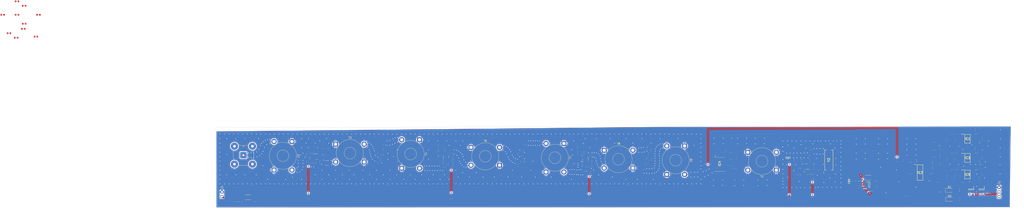
<source format=kicad_pcb>
(kicad_pcb (version 20221018) (generator pcbnew)
  (layers (0 "F.Cu" signal) (31 "B.Cu" mixed) (34 "B.Paste" user) (35 "F.Paste" user) (36 "B.SilkS" user "B.Silkscreen") (37 "F.SilkS" user "F.Silkscreen") (38 "B.Mask" user) (39 "F.Mask" user) (44 "Edge.Cuts" user))
  (net 0 "")
  (net 1 "IF")
  (net 2 "GND")
  (net 3 "Net-(C2-Pad2)")
  (net 4 "Tone")
  (net 5 "Net-(C3-Pad2)")
  (net 6 "Net-(IC1-LF_CAP)")
  (net 7 "+12V")
  (net 8 "Net-(C6-Pad1)")
  (net 9 "Net-(IC1-IN)")
  (net 10 "Net-(IC1-OF_CAP)")
  (net 11 "Net-(Q1-B)")
  (net 12 "Net-(C10-Pad2)")
  (net 13 "Net-(Q1-C)")
  (net 14 "Net-(C14-Pad1)")
  (net 15 "Net-(C15-Pad1)")
  (net 16 "Net-(C15-Pad2)")
  (net 17 "Net-(IC1-T_CAP)")
  (net 18 "Net-(C25-Pad1)")
  (net 19 "Net-(C26-Pad2)")
  (net 20 "Net-(IC3-LF_CAP)")
  (net 21 "Net-(C28-Pad1)")
  (net 22 "Net-(IC3-IN)")
  (net 23 "Net-(IC3-OF_CAP)")
  (net 24 "Net-(C33-Pad1)")
  (net 25 "Net-(Q2-B)")
  (net 26 "Net-(IC3-T_CAP)")
  (net 27 "Net-(C39-Pad1)")
  (net 28 "Net-(Q2-C)")
  (net 29 "Net-(C43-Pad2)")
  (net 30 "Net-(IC5-LF_CAP)")
  (net 31 "Net-(IC5-IN)")
  (net 32 "Net-(IC5-OF_CAP)")
  (net 33 "Net-(C50-Pad1)")
  (net 34 "Net-(C53-Pad1)")
  (net 35 "Net-(C54-Pad1)")
  (net 36 "Net-(IC5-T_CAP)")
  (net 37 "Net-(Q3-B)")
  (net 38 "Net-(C59-Pad1)")
  (net 39 "Net-(C65-Pad1)")
  (net 40 "Net-(C66-Pad1)")
  (net 41 "Net-(C67-Pad1)")
  (net 42 "Net-(Q4-B)")
  (net 43 "Net-(C73-Pad1)")
  (net 44 "Net-(C82-Pad1)")
  (net 45 "Net-(C83-Pad1)")
  (net 46 "Net-(C84-Pad1)")
  (net 47 "Net-(D1-A)")
  (net 48 "Net-(D2-A)")
  (net 49 "Net-(IC1-T_RES)")
  (net 50 "TONE_OUT_A")
  (net 51 "Net-(IC2-1OUT)")
  (net 52 "Net-(IC2-1IN-)")
  (net 53 "Net-(IC2-1IN+)")
  (net 54 "Net-(IC2-2IN_+)")
  (net 55 "Net-(IC2-2IN_-)")
  (net 59 "Net-(IC2-4IN_-)")
  (net 60 "Net-(IC2-4_OUT)")
  (net 61 "Net-(IC3-T_RES)")
  (net 62 "TONE_OUT_B")
  (net 63 "RF")
  (net 64 "LO")
  (net 65 "Net-(IC5-T_RES)")
  (net 66 "TONE_OUT_C")
  (net 67 "SW_2")
  (net 69 "Net-(L4-Pad1)")
  (net 70 "Net-(L5-Pad2)")
  (net 71 "Net-(L8-Pad2)")
  (net 72 "Net-(L14-Pad2)")
  (net 73 "Net-(Q1-E)")
  (net 74 "Net-(Q2-E)")
  (net 75 "Net-(Q3-E)")
  (net 76 "Net-(Q4-E)")
  (net 77 "BST_2")
  (net 78 "FB_2")
  (net 79 "ANT")
  (net 80 "ANT_MATCHED")
  (net 81 "XTAL")
  (net 82 "XTAL_Filter")
  (net 83 "RF_AMP_STAGE_1")
  (net 84 "RF_AMP_STAGE_1_MATCHED")
  (net 85 "RF_AMP_Filter_1_MATCHED")
  (net 86 "RF_AMP_STAGE_2_MATCHED")
  (net 87 "RF_AMP_Filter_2_MATCHED")
  (net 88 "RF_AMP_STAGE_3_MATCHED")
  (net 89 "RF_AMP_Filter_2")
  (net 90 "RF_AMP_Filter_3")
  (net 91 "RF_AMP_STAGE_2")
  (net 92 "RF_AMP_STAGE_3")
  (net 93 "RF_AMP_Filter_1")
  (net 94 "Net-(Q3-C)")
  (net 95 "Net-(Q4-C)")
  (net 96 "+5V")
  (net 97 "Out_1")
  (net 98 "Out_2")
  (footprint "Package_TO_SOT_SMD:SOT-23" (layer "F.Cu") (at 79.5349 48.5564)
    (fp_text reference "Q2" hide)
    (fp_text value "Q_NPN_BCE")
  )
  (footprint "Capacitor_SMD:C_0603_1608Metric" (layer "F.Cu") (at 447.778325 70.118252 180)
    (fp_text reference "C86" hide)
    (fp_text value "C")
  )
  (footprint "Inductor_SMD:L_0603_1608Metric" (layer "F.Cu") (at 233.5796 53.6872)
    (fp_text reference "L14" hide)
    (fp_text value "L")
  )
  (footprint "Capacitor_SMD:C_0603_1608Metric" (layer "F.Cu") (at 116.923658 44.642363 180)
    (fp_text reference "C54" hide)
    (fp_text value "C")
  )
  (footprint "Capacitor_SMD:C_0603_1608Metric" (layer "F.Cu") (at 81.3546 51.3872)
    (fp_text reference "C40" hide)
    (fp_text value "C")
  )
  (footprint "Capacitor_SMD:C_0603_1608Metric" (layer "F.Cu") (at -84.27 -36.02)
    (fp_text reference "C48" hide)
    (fp_text value "C")
  )
  (footprint "Capacitor_SMD:C_0603_1608Metric" (layer "F.Cu") (at 82.801058 44.099481 90)
    (fp_text reference "C39" hide)
    (fp_text value "C")
  )
  (footprint "Capacitor_SMD:C_0603_1608Metric" (layer "F.Cu") (at 313.587334 55.219141 -90)
    (fp_text reference "C17" hide)
    (fp_text value "C")
  )
  (footprint "Capacitor_SMD:C_0603_1608Metric" (layer "F.Cu") (at 427.322153 63.073123 90)
    (fp_text reference "C21" hide)
    (fp_text value "C")
  )
  (footprint "Inductor_SMD:L_0603_1608Metric" (layer "F.Cu") (at 76.5046 52.2372 -90)
    (fp_text reference "L5" hide)
    (fp_text value "L")
  )
  (footprint "Capacitor_SMD:C_0603_1608Metric" (layer "F.Cu") (at 229.0046 56.6372 90)
    (fp_text reference "C70" hide)
    (fp_text value "C")
  )
  (footprint "Capacitor_SMD:C_0603_1608Metric" (layer "F.Cu") (at 344.1396 72.2792 -90)
    (fp_text reference "C22" hide)
    (fp_text value "C")
  )
  (footprint "Capacitor_SMD:C_0603_1608Metric" (layer "F.Cu") (at 115.3546 50.1372 180)
    (fp_text reference "C50" hide)
    (fp_text value "C")
  )
  (footprint "Resistor_SMD:R_0603_1608Metric" (layer "F.Cu") (at 425.206143 45.031823 90)
    (fp_text reference "R14" hide)
    (fp_text value "R_US")
  )
  (footprint "Package_TO_SOT_SMD:SOT-23" (layer "F.Cu") (at 152.0046 48.6372 90)
    (fp_text reference "Q3" hide)
    (fp_text value "Q_NPN_BCE")
  )
  (footprint "LED_SMD:LED_1206_3216Metric" (layer "F.Cu") (at 433.889 67.5032)
    (fp_text reference "D1")
    (fp_text value "LED")
  )
  (footprint "Resistor_SMD:R_0603_1608Metric" (layer "F.Cu") (at 76.4592 46.7784 -90)
    (fp_text reference "R18" hide)
    (fp_text value "R_US")
  )
  (footprint "Capacitor_SMD:C_0603_1608Metric" (layer "F.Cu") (at 357.883439 55.233223)
    (fp_text reference "C9" hide)
    (fp_text value "C")
  )
  (footprint "Capacitor_SMD:C_0603_1608Metric" (layer "F.Cu") (at 74.8996 72.2922 -90)
    (fp_text reference "C41" hide)
    (fp_text value "C")
  )
  (footprint "SamacSys_Parts:Transformer_THT_14mm" (layer "F.Cu") (at 207.9296 41.2372 -90)
    (fp_text reference "T7")
    (fp_text value "Transformer_1P_1S")
  )
  (footprint "Inductor_SMD:L_TDK_NLV32_3.2x2.5mm" (layer "F.Cu") (at 388.317642 60.430885 180)
    (fp_text reference "L13" hide)
    (fp_text value "4.7uH")
  )
  (footprint "Capacitor_SMD:C_0603_1608Metric" (layer "F.Cu") (at 436.986 39.815623)
    (fp_text reference "C7" hide)
    (fp_text value "C")
  )
  (footprint "Capacitor_SMD:C_0603_1608Metric" (layer "F.Cu") (at 74.039277 51.424726 180)
    (fp_text reference "C42" hide)
    (fp_text value "C")
  )
  (footprint "Resistor_SMD:R_0603_1608Metric" (layer "F.Cu") (at 231.1046 54.4622 -90)
    (fp_text reference "R32" hide)
    (fp_text value "R_US")
  )
  (footprint "Inductor_SMD:L_0603_1608Metric" (layer "F.Cu") (at 407.7665 50.8416)
    (fp_text reference "L1" hide)
    (fp_text value "L")
  )
  (footprint "SamacSys_Parts:Transformer_THT_14mm" (layer "F.Cu") (at 55.6296 40.1372 -90)
    (fp_text reference "T2")
    (fp_text value "Transformer_1P_1S")
  )
  (footprint "Capacitor_SMD:C_0603_1608Metric" (layer "F.Cu") (at 113.8296 52.1747 180)
    (fp_text reference "C49" hide)
    (fp_text value "C")
  )
  (footprint "Connector_Coaxial:BNC_TEConnectivity_1478035_Horizontal" (layer "F.Cu") (at 38.5046 47.8122)
    (fp_text reference "AE1" hide)
    (fp_text value "Antenna" hide)
  )
  (footprint "SamacSys_Parts:SOIC127P600X175-14N" (layer "F.Cu") (at 417.382943 57.567223)
    (fp_text reference "IC2")
    (fp_text value "LM2902DR" hide)
  )
  (footprint "Capacitor_SMD:C_0603_1608Metric" (layer "F.Cu") (at 266.7546 44.7622)
    (fp_text reference "C81" hide)
    (fp_text value "C")
  )
  (footprint "Capacitor_SMD:C_0603_1608Metric" (layer "F.Cu") (at 441.279 63.3132 90)
    (fp_text reference "C19" hide)
    (fp_text value "C")
  )
  (footprint "Capacitor_SMD:C_0603_1608Metric" (layer "F.Cu") (at -88.28 -31)
    (fp_text reference "C35" hide)
    (fp_text value "C")
  )
  (footprint "Capacitor_SMD:C_0603_1608Metric" (layer "F.Cu") (at 448.26221 33.34752)
    (fp_text reference "C51" hide)
    (fp_text value "C")
  )
  (footprint "Inductor_SMD:L_0603_1608Metric" (layer "F.Cu") (at 308.5046 45.533361 180)
    (fp_text reference "L3" hide)
    (fp_text value "L")
  )
  (footprint "Connector_PinSocket_2.54mm:PinSocket_1x03_P2.54mm_Vertical" (layer "F.Cu") (at 461.599 65.8532)
    (fp_text reference "J2")
    (fp_text value "Conn_01x03")
  )
  (footprint "Capacitor_SMD:C_0603_1608Metric" (layer "F.Cu") (at 379.097642 62.475885 90)
    (fp_text reference "C80")
    (fp_text value "0.1uF")
  )
  (footprint "Capacitor_SMD:C_0603_1608Metric" (layer "F.Cu") (at 437.967 55.996623 90)
    (fp_text reference "C47" hide)
    (fp_text value "C")
  )
  (footprint "Resistor_SMD:R_0603_1608Metric" (layer "F.Cu") (at 424.393343 52.233223)
    (fp_text reference "R12" hide)
    (fp_text value "R_US")
  )
  (footprint "Capacitor_SMD:C_0603_1608Metric" (layer "F.Cu") (at 432.402517 50.564042)
    (fp_text reference "C26" hide)
    (fp_text value "C")
  )
  (footprint "SamacSys_Parts:Transformer_THT_14mm" (layer "F.Cu") (at 336.8796 46.1872 180)
    (fp_text reference "T1")
    (fp_text value "Transformer_1P_1S")
  )
  (footprint "SamacSys_Parts:Transformer_THT_14mm" (layer "F.Cu") (at 275.5296 42.6372 -90)
    (fp_text reference "T9")
    (fp_text value "Transformer_1P_1S")
  )
  (footprint "Capacitor_SMD:C_0603_1608Metric" (layer "F.Cu") (at 355.508439 48.083223 180)
    (fp_text reference "C13" hide)
    (fp_text value "C")
  )
  (footprint "Resistor_SMD:R_0603_1608Metric" (layer "F.Cu") (at 449.039 35.9532 90)
    (fp_text reference "R10" hide)
    (fp_text value "R_US")
  )
  (footprint "Resistor_SMD:R_0603_1608Metric" (layer "F.Cu") (at 354.758439 58.608223 90)
    (fp_text reference "R3" hide)
    (fp_text value "R_US")
  )
  (footprint "SamacSys_Parts:Transformer_THT_14mm" (layer "F.Cu") (at 165.9296 53.4372)
    (fp_text reference "T6")
    (fp_text value "Transformer_1P_1S")
  )
  (footprint "Resistor_SMD:R_0603_1608Metric" (layer "F.Cu") (at 151.1796 45.0622)
    (fp_text reference "R27" hide)
    (fp_text value "R_US")
  )
  (footprint "Capacitor_SMD:C_0603_1608Metric" (layer "F.Cu") (at 195.3546 45.0497 180)
    (fp_text reference "C67" hide)
    (fp_text value "C")
  )
  (footprint "Capacitor_SMD:C_0603_1608Metric" (layer "F.Cu") (at -88.7588 -18.1108)
    (fp_text reference "C45" hide)
    (fp_text value "C")
  )
  (footprint "Capacitor_SMD:C_0603_1608Metric" (layer "F.Cu") (at 311.419791 53.654938 -90)
    (fp_text reference "C14" hide)
    (fp_text value "C")
  )
  (footprint "Resistor_SMD:R_0603_1608Metric" (layer "F.Cu") (at 450.731 40.515623 180)
    (fp_text reference "R11" hide)
    (fp_text value "R_US")
  )
  (footprint "Resistor_SMD:R_0603_1608Metric" (layer "F.Cu") (at 448.972657 46.6032 90)
    (fp_text reference "R15" hide)
    (fp_text value "R_US")
  )
  (footprint "Resistor_SMD:R_0603_1608Metric" (layer "F.Cu") (at 425.206143 48.778823 90)
    (fp_text reference "R13" hide)
    (fp_text value "R_US")
  )
  (footprint "Resistor_SMD:R_0603_1608Metric" (layer "F.Cu") (at 439.389 67.5032 180)
    (fp_text reference "R30" hide)
    (fp_text value "R_US")
  )
  (footprint "Resistor_SMD:R_0603_1608Metric" (layer "F.Cu") (at 415.477943 50.836223)
    (fp_text reference "R8" hide)
    (fp_text value "R_US")
  )
  (footprint "Capacitor_SMD:C_0603_1608Metric" (layer "F.Cu") (at 425.206143 40.613023 90)
    (fp_text reference "C34" hide)
    (fp_text value "C")
  )
  (footprint "Resistor_SMD:R_0603_1608Metric" (layer "F.Cu") (at 412.175943 51.662223 -90)
    (fp_text reference "R7" hide)
    (fp_text value "R_US")
  )
  (footprint "Resistor_SMD:R_0603_1608Metric" (layer "F.Cu") (at 78.5992 52.2127 -90)
    (fp_text reference "R19" hide)
    (fp_text value "R_US")
  )
  (footprint "Capacitor_SMD:C_0603_1608Metric" (layer "F.Cu") (at -88.28 -38.53)
    (fp_text reference "C32" hide)
    (fp_text value "C")
  )
  (footprint "Capacitor_SMD:C_0603_1608Metric" (layer "F.Cu") (at 355.508439 50.833223)
    (fp_text reference "C12" hide)
    (fp_text value "C")
  )
  (footprint "Resistor_SMD:R_0603_1608Metric" (layer "F.Cu") (at 350.883439 50.783223 180)
    (fp_text reference "R6" hide)
    (fp_text value "R_US")
  )
  (footprint "Capacitor_SMD:C_0603_1608Metric" (layer "F.Cu") (at 348.158439 58.833223 90)
    (fp_text reference "C2" hide)
    (fp_text value "C")
  )
  (footprint "Resistor_SMD:R_0603_1608Metric" (layer "F.Cu") (at 85.726058 44.049481 -90)
    (fp_text reference "R21" hide)
    (fp_text value "R_US")
  )
  (footprint "Capacitor_SMD:C_0603_1608Metric" (layer "F.Cu") (at 113.804233 46.622951 180)
    (fp_text reference "C53" hide)
    (fp_text value "C")
  )
  (footprint "Resistor_SMD:R_0603_1608Metric" (layer "F.Cu") (at 233.5546 51.3622)
    (fp_text reference "R34" hide)
    (fp_text value "R_US")
  )
  (footprint "Resistor_SMD:R_0603_1608Metric" (layer "F.Cu") (at 75.6546 49.5122 180)
    (fp_text reference "R17" hide)
    (fp_text value "R_US")
  )
  (footprint "Capacitor_SMD:C_0603_1608Metric" (layer "F.Cu") (at 357.880168 61.565711)
    (fp_text reference "C23" hide)
    (fp_text value "C")
  )
  (footprint "Capacitor_SMD:C_0603_1608Metric" (layer "F.Cu") (at 232.8746 57.5472)
    (fp_text reference "C75" hide)
    (fp_text value "C")
  )
  (footprint "Capacitor_SMD:C_0603_1608Metric" (layer "F.Cu") (at 437.713 46.598623 90)
    (fp_text reference "C31" hide)
    (fp_text value "C")
  )
  (footprint "Capacitor_SMD:C_0603_1608Metric" (layer "F.Cu") (at 428.660543 52.233223)
    (fp_text reference "C25" hide)
    (fp_text value "C")
  )
  (footprint "Resistor_SMD:R_0603_1608Metric" (layer "F.Cu") (at 424.367943 55.027223)
    (fp_text reference "R4" hide)
    (fp_text value "R_US")
  )
  (footprint "Capacitor_SMD:C_0805_2012Metric" (layer "F.Cu") (at 34.3046 73.9122 -90)
    (fp_text reference "C76" hide)
    (fp_text value "22uF")
  )
  (footprint "SamacSys_Parts:Transformer_THT_14mm" (layer "F.Cu") (at 127.1296 39.1372 -90)
    (fp_text reference "T4")
    (fp_text value "Transformer_1P_1S")
  )
  (footprint "LED_SMD:LED_1206_3216Metric" (layer "F.Cu") (at 433.9398 72.5832)
    (fp_text reference "D2")
    (fp_text value "LED")
  )
  (footprint "Capacitor_SMD:C_0603_1608Metric" (layer "F.Cu") (at 154.9096 72.2922 -90)
    (fp_text reference "C60" hide)
    (fp_text value "C")
  )
  (footprint "Resistor_SMD:R_0603_1608Metric" (layer "F.Cu") (at 150.2296 51.8622)
    (fp_text reference "R25" hide)
    (fp_text value "R_US")
  )
  (footprint "Capacitor_SMD:C_0603_1608Metric" (layer "F.Cu") (at 192.1796 53.5247 180)
    (fp_text reference "C64" hide)
    (fp_text value "C")
  )
  (footprint "SamacSys_Parts:ADE1" (layer "F.Cu") (at 305.1396 52.9972 -90)
    (fp_text reference "IC4")
    (fp_text value "ADE-1+" hide)
  )
  (footprint "Resistor_SMD:R_0603_1608Metric" (layer "F.Cu") (at 439.589 72.6032 180)
    (fp_text reference "R29" hide)
    (fp_text value "R_US")
  )
  (footprint "Capacitor_SMD:C_0603_1608Metric" (layer "F.Cu") (at -84.27 -25.98)
    (fp_text reference "C52" hide)
    (fp_text value "C")
  )
  (footprint "Inductor_SMD:L_0603_1608Metric" (layer "F.Cu") (at 346.908439 50.783223 180)
    (fp_text reference "L4" hide)
    (fp_text value "L")
  )
  (footprint "Capacitor_SMD:C_0603_1608Metric" (layer "F.Cu") (at 356.283439 44.983223 -90)
    (fp_text reference "C10" hide)
    (fp_text value "C")
  )
  (footprint "Connector_PinSocket_2.54mm:PinSocket_1x02_P2.54mm_Vertical" (layer "F.Cu") (at 26.4796 68.4472)
    (fp_text reference "J1")
    (fp_text value "Conn_01x02")
  )
  (footprint "Capacitor_SMD:C_0603_1608Metric" (layer "F.Cu") (at 452.306 38.610623)
    (fp_text reference "C24" hide)
    (fp_text value "C")
  )
  (footprint "Inductor_SMD:L_0603_1608Metric" (layer "F.Cu") (at 262.9296 55.8497 -90)
    (fp_text reference "L16" hide)
    (fp_text value "L")
  )
  (footprint "SamacSys_Parts:Transformer_THT_14mm" (layer "F.Cu") (at 90.1296 51.6372)
    (fp_text reference "T3")
    (fp_text value "Transformer_1P_1S")
  )
  (footprint "Capacitor_SMD:C_0603_1608Metric" (layer "F.Cu") (at 437.713 35.930623 90)
    (fp_text reference "C8" hide)
    (fp_text value "C")
  )
  (footprint "Capacitor_SMD:C_0603_1608Metric" (layer "F.Cu") (at 265.2546 46.8622)
    (fp_text reference "C82" hide)
    (fp_text value "C")
  )
  (footprint "Resistor_SMD:R_0603_1608Metric" (layer "F.Cu") (at 390.496509 68.075056 90)
    (fp_text reference "R39" hide)
    (fp_text value "R_US")
  )
  (footprint "Capacitor_SMD:C_0603_1608Metric" (layer "F.Cu") (at -84.7488 -23.1308)
    (fp_text reference "C58" hide)
    (fp_text value "C")
  )
  (footprint "Capacitor_SMD:C_0603_1608Metric" (layer "F.Cu") (at 266.8546 50.3372)
    (fp_text reference "C83" hide)
    (fp_text value "C")
  )
  (footprint "Resistor_SMD:R_0603_1608Metric" (layer "F.Cu") (at 423.53492 58.20927 90)
    (fp_text reference "R9" hide)
    (fp_text value "R_US")
  )
  (footprint "Capacitor_SMD:C_0603_1608Metric" (layer "F.Cu") (at 428.660543 47.915223)
    (fp_text reference "C28" hide)
    (fp_text value "C")
  )
  (footprint "Inductor_SMD:L_0603_1608Metric" (layer "F.Cu") (at 194.5796 48.1247 90)
    (fp_text reference "L10" hide)
    (fp_text value "L")
  )
  (footprint "Capacitor_SMD:C_0603_1608Metric" (layer "F.Cu") (at 432.405897 39.802858)
    (fp_text reference "C3" hide)
    (fp_text value "C")
  )
  (footprint "Capacitor_SMD:C_0603_1608Metric" (layer "F.Cu") (at 383.154 65.5736)
    (fp_text reference "C69" hide)
    (fp_text value "0.1uF")
  )
  (footprint "Capacitor_SMD:C_0603_1608Metric" (layer "F.Cu") (at 154.8796 46.9122 90)
    (fp_text reference "C62" hide)
    (fp_text value "C")
  )
  (footprint "SamacSys_Parts:SOIC127P600X175-8N" (layer "F.Cu") (at 443.9174 49.330623)
    (fp_text reference "IC3")
    (fp_text value "LM567CM_NOPB" hide)
  )
  (footprint "Capacitor_SMD:C_0603_1608Metric" (layer "F.Cu") (at 409.5666 70.4524 -90)
    (fp_text reference "C16" hide)
    (fp_text value "C")
  )
  (footprint "Inductor_SMD:L_0603_1608Metric" (layer "F.Cu") (at 116.154233 47.422951 90)
    (fp_text reference "L6" hide)
    (fp_text value "L")
  )
  (footprint "Capacitor_SMD:C_0603_1608Metric" (layer "F.Cu") (at -76.25 -31)
    (fp_text reference "C85" hide)
    (fp_text value "C")
  )
  (footprint "Capacitor_SMD:C_0603_1608Metric" (layer "F.Cu") (at 435.173 36.000362 90)
    (fp_text reference "C4" hide)
    (fp_text value "C")
  )
  (footprint "SamacSys_Parts:Transformer_THT_14mm" (layer "F.Cu") (at 240.5296 55.0372)
    (fp_text reference "T8")
    (fp_text value "Transformer_1P_1S")
  )
  (footprint "Inductor_SMD:L_0603_1608Metric" (layer "F.Cu") (at 311.43029 50.070475 90)
    (fp_text reference "L2" hide)
    (fp_text value "L")
  )
  (footprint "Capacitor_SMD:C_0603_1608Metric" (layer "F.Cu") (at 360.533439 56.033223 -90)
    (fp_text reference "C6" hide)
    (fp_text value "C")
  )
  (footprint "Capacitor_SMD:C_0603_1608Metric" (layer "F.Cu") (at 404.49 51.6036 -90)
    (fp_text reference "C1" hide)
    (fp_text value "C")
  )
  (footprint "Capacitor_SMD:C_0603_1608Metric" (layer "F.Cu") (at 432.3726 59.885623)
    (fp_text reference "C43" hide)
    (fp_text value "C")
  )
  (footprint "Resistor_SMD:R_0603_1608Metric" (layer "F.Cu") (at 147.6546 45.0872)
    (fp_text reference "R28" hide)
    (fp_text value "R_US")
  )
  (footprint "Capacitor_SMD:C_0603_1608Metric" (layer "F.Cu") (at 225.6296 43.4372 180)
    (fp_text reference "C73" hide)
    (fp_text value "C")
  )
  (footprint "Capacitor_SMD:C_0603_1608Metric" (layer "F.Cu") (at 452.064 49.405623)
    (fp_text reference "C38" hide)
    (fp_text value "C")
  )
  (footprint "Capacitor_SMD:C_0603_1608Metric" (layer "F.Cu") (at 455.35128 68.403035 180)
    (fp_text reference "C57" hide)
    (fp_text value "C")
  )
  (footprint "Capacitor_SMD:C_0603_1608Metric" (layer "F.Cu") (at 314.499577 49.290785)
    (fp_text reference "C18" hide)
    (fp_text value "C")
  )
  (footprint "Capacitor_SMD:C_0603_1608Metric" (layer "F.Cu") (at 448.181628 44.077126)
    (fp_text reference "C36" hide)
    (fp_text value "C")
  )
  (footprint "Capacitor_SMD:C_0603_1608Metric" (layer "F.Cu") (at 311.43029 46.303969 -90)
    (fp_text reference "C15" hide)
    (fp_text value "C")
  )
  (footprint "Inductor_SMD:L_TDK_NLV32_3.2x2.5mm" (layer "F.Cu") (at 40.9796 71.4622)
    (fp_text reference "L12" hide)
    (fp_text value "4.7uH")
  )
  (footprint "Capacitor_SMD:C_0603_1608Metric" (layer "F.Cu") (at 73.8046 47.5912)
    (fp_text reference "C37" hide)
    (fp_text value "C")
  )
  (footprint "Capacitor_SMD:C_0603_1608Metric" (layer "F.Cu") (at 44.7796 73.6372 90)
    (fp_text reference "C68" hide)
    (fp_text value "0.1uF")
  )
  (footprint "Package_TO_SOT_SMD:SOT-23" (layer "F.Cu") (at 353.783439 54.283223 180)
    (fp_text reference "Q1" hide)
    (fp_text value "Q_NPN_BCE")
  )
  (footprint "Capacitor_SMD:C_0603_1608Metric" (layer "F.Cu") (at 435.228 46.595216 90)
    (fp_text reference "C27" hide)
    (fp_text value "C")
  )
  (footprint "Resistor_SMD:R_0603_1608Metric" (layer "F.Cu") (at 350.133439 58.833223 90)
    (fp_text reference "R1" hide)
    (fp_text value "R_US")
  )
  (footprint "Capacitor_SMD:C_0603_1608Metric" (layer "F.Cu") (at -92.7688 -20.6208)
    (fp_text reference "C29" hide)
    (fp_text value "C")
  )
  (footprint "Resistor_SMD:R_0603_1608Metric" (layer "F.Cu") (at 152.7796 53.0372 -90)
    (fp_text reference "R24" hide)
    (fp_text value "R_US")
  )
  (footprint "Capacitor_SMD:C_0603_1608Metric" (layer "F.Cu") (at 232.0996 72.2922 -90)
    (fp_text reference "C74" hide)
    (fp_text value "C")
  )
  (footprint "Resistor_SMD:R_0603_1608Metric" (layer "F.Cu") (at 450.54 51.183623 180)
    (fp_text reference "R16" hide)
    (fp_text value "R_US")
  )
  (footprint "Resistor_SMD:R_0603_1608Metric" (layer "F.Cu") (at 350.133439 55.108223 90)
    (fp_text reference "R2" hide)
    (fp_text value "R_US")
  )
  (footprint "Capacitor_SMD:C_0603_1608Metric" (layer "F.Cu") (at 392.662916 62.278547 -90)
    (fp_text reference "C72" hide)
    (fp_text value "100nF")
  )
  (footprint "Capacitor_SMD:C_0603_1608Metric" (layer "F.Cu") (at 263.7046 52.3622)
    (fp_text reference "C84" hide)
    (fp_text value "C")
  )
  (footprint "Resistor_SMD:R_0603_1608Metric" (layer "F.Cu") (at 357.108439 58.608223 90)
    (fp_text reference "R5" hide)
    (fp_text value "R_US")
  )
  (footprint "Resistor_SMD:R_0603_1608Metric" (layer "F.Cu") (at 393.067642 65.510885)
    (fp_text reference "R40" hide)
    (fp_text value "R_US")
  )
  (footprint "Capacitor_SMD:C_0603_1608Metric" (layer "F.Cu") (at -77.675 -18.75 180)
    (fp_text reference "C11" hide)
    (fp_text value "C")
  )
  (footprint "Capacitor_SMD:C_0603_1608Metric" (layer "F.Cu") (at -96.3 -31)
    (fp_text reference "C5" hide)
    (fp_text value "C")
  )
  (footprint "Inductor_SMD:L_0603_1608Metric" (layer "F.Cu") (at 196.1296 42.0247 90)
    (fp_text reference "L11" hide)
    (fp_text value "L")
  )
  (footprint "Resistor_SMD:R_0603_1608Metric" (layer "F.Cu") (at 225.6296 46.4372)
    (fp_text reference "R36" hide)
    (fp_text value "R_US")
  )
  (footprint "Inductor_SMD:L_0603_1608Metric" (layer "F.Cu") (at 264.4796 49.6122 -90)
    (fp_text reference "L15" hide)
    (fp_text value "L")
  )
  (footprint "Capacitor_SMD:C_0603_1608Metric" (layer "F.Cu") (at 436.691946 50.600623)
    (fp_text reference "C30" hide)
    (fp_text value "C")
  )
  (footprint "Capacitor_SMD:C_0603_1608Metric" (layer "F.Cu") (at 428.647543 44.206823)
    (fp_text reference "C33" hide)
    (fp_text value "C")
  )
  (footprint "Resistor_SMD:R_0603_1608Metric" (layer "F.Cu") (at 229.1296 46.4372)
    (fp_text reference "R35" hide)
    (fp_text value "R_US")
  )
  (footprint "Capacitor_SMD:C_0603_1608Metric" (layer "F.Cu") (at 436.6476 59.885623)
    (fp_text reference "C46" hide)
    (fp_text value "C")
  )
  (footprint "Capacitor_SMD:C_0603_1608Metric" (layer "F.Cu") (at 343.4546 50.8122)
    (fp_text reference "C87")
    (fp_text value "C")
  )
  (footprint "Capacitor_SMD:C_0603_1608Metric" (layer "F.Cu") (at 193.8296 51.3747 180)
    (fp_text reference "C65" hide)
    (fp_text value "C")
  )
  (footprint "Capacitor_SMD:C_0805_2012Metric" (layer "F.Cu") (at 384.441733 62.372922 -90)
    (fp_text reference "C79" hide)
    (fp_text value "22uF")
  )
  (footprint "SamacSys_Parts:SOIC127P600X175-8N" (layer "F.Cu") (at 443.975 38.610623)
    (fp_text reference "IC1")
    (fp_text value "LM567CM_NOPB" hide)
  )
  (footprint "Inductor_SMD:L_0603_1608Metric" (layer "F.Cu") (at 155.7046 51.6122)
    (fp_text reference "L8" hide)
    (fp_text value "L")
  )
  (footprint "Capacitor_SMD:C_0603_1608Metric" (layer "F.Cu") (at 452.064 58.835623)
    (fp_text reference "C55" hide)
    (fp_text value "C")
  )
  (footprint "Capacitor_SMD:C_0603_1608Metric" (layer "F.Cu") (at 147.7046 42.1872 180)
    (fp_text reference "C59" hide)
    (fp_text value "C")
  )
  (footprint "Resistor_SMD:R_0603_1608Metric" (layer "F.Cu") (at 228.1796 53.6372)
    (fp_text reference "R33" hide)
    (fp_text value "R_US")
  )
  (footprint "SamacSys_Parts:SOT95P280X145-5N" (layer "F.Cu") (at 451.839 67.0532 -90)
    (fp_text reference "IC8" hide)
    (fp_text value "SN74LVC1G86DBVR" hide)
  )
  (footprint "Resistor_SMD:R_0603_1608Metric" (layer "F.Cu") (at 448.931857 55.8964 90)
    (fp_text reference "R22" hide)
    (fp_text value "R_US")
  )
  (footprint "Capacitor_SMD:C_0603_1608Metric" (layer "F.Cu") (at 192.0296 47.2997 180)
    (fp_text reference "C66" hide)
    (fp_text value "C")
  )
  (footprint "Resistor_SMD:R_0603_1608Metric" (layer "F.Cu") (at 155.6796 49.5872)
    (fp_text reference "R26" hide)
    (fp_text value "R_US")
  )
  (footprint "SamacSys_Parts:SOT95P280X145-5N" (layer "F.Cu") (at 445.989 67.0032 -90)
    (fp_text reference "IC9" hide)
    (fp_text value "SN74LVC1G86DBVR" hide)
  )
  (footprint "Capacitor_SMD:C_0603_1608Metric" (layer "F.Cu") (at 435.418527 56.00253 90)
    (fp_text reference "C44" hide)
    (fp_text value "C")
  )
  (footprint "SamacSys_Parts:SOT95P280X100-6N" (layer "F.Cu") (at 388.926991 64.341797)
    (fp_text reference "IC7" hide)
    (fp_text value "AP62200WU-7" hide)
  )
  (footprint "Inductor_SMD:L_0603_1608Metric" (layer "F.Cu") (at 117.673658 41.979863 90)
    (fp_text reference "L7" hide)
    (fp_text value "L")
  )
  (footprint "Resistor_SMD:R_0603_1608Metric" (layer "F.Cu") (at 450.547657 60.5532 180)
    (fp_text reference "R23" hide)
    (fp_text value "R_US")
  )
  (footprint "Capacitor_SMD:C_0603_1608Metric" (layer "F.Cu") (at 155.6846 53.7372)
    (fp_text reference "C61" hide)
    (fp_text value "C")
  )
  (footprint "Resistor_SMD:R_0603_1608Metric" (layer "F.Cu") (at 82.8046 47.6622 -90)
    (fp_text reference "R20" hide)
    (fp_text value "R_US")
  )
  (footprint "Capacitor_SMD:C_0603_1608Metric" (layer "F.Cu") (at 151.0546 54.4622 90)
    (fp_text reference "C56" hide)
    (fp_text value "C")
  )
  (footprint "Capacitor_SMD:C_0805_2012Metric" (layer "F.Cu") (at 36.7546 73.9122 -90)
    (fp_text reference "C78" hide)
    (fp_text value "22uF")
  )
  (footprint "Capacitor_SMD:C_0805_2012Metric" (layer "F.Cu") (at 382.079941 62.351451 -90)
    (fp_text reference "C77" hide)
    (fp_text value "22uF")
  )
  (footprint "Package_TO_SOT_SMD:SOT-23" (layer "F.Cu") (at 229.9546 50.3872 90)
    (fp_text reference "Q4" hide)
    (fp_text value "Q_NPN_BCE")
  )
  (footprint "SamacSys_Parts:SOIC127P600X175-8N" (layer "F.Cu") (at 443.936 58.653223)
    (fp_text reference "IC5")
    (fp_text value "LM567CM_NOPB" hide)
  )
  (footprint "Capacitor_SMD:C_0603_1608Metric" (layer "F.Cu") (at 411.708749 58.460726 -90)
    (fp_text reference "C20" hide)
    (fp_text value "C")
  )
  (footprint "SamacSys_Parts:ABLS" (layer "F.Cu") (at 366.283439 50.508223 90)
    (fp_text reference "Y2")
    (fp_text value "ABLS-49.152MHZ-B2-T" hide)
  )
  (footprint "Capacitor_SMD:C_0603_1608Metric" (layer "F.Cu") (at 232.7296 48.4872 90)
    (fp_text reference "C63" hide)
    (fp_text value "C")
  )
  (gr_poly (pts (xy 22.638298 77.099441) (xy 467.563298 76.949441) (xy 468.113298 31.749441) (xy 23.113498 32.234241)) (stroke (width 0.1)) (fill none) (layer "Edge.Cuts"))
  (segment (start 404.49 50.8286) (end 406.966 50.8286) (width 0.25) (layer "F.Cu") (net 1))
  (segment (start 298.6448 52.9972) (end 302.5996 52.9972) (width 0.25) (layer "F.Cu") (net 1))
  (segment (start 404.49 50.8286) (end 404.49 48.8096) (width 0.25) (layer "F.Cu") (net 1))
  (segment (start 406.966 50.8286) (end 406.979 50.8416) (width 0.25) (layer "F.Cu") (net 1))
  (segment (start 298.6228 52.9752) (end 298.6448 52.9972) (width 0.25) (layer "F.Cu") (net 1))
  (via (at 404.49 48.8096) (size 0.8) (drill 0.4) (layers "F.Cu" "B.Cu") (net 1))
  (via (at 298.6228 52.9752) (size 0.8) (drill 0.4) (layers "F.Cu" "B.Cu") (net 1))
  (segment (start 404.435623 32.412879) (end 381.075824 32.548976) (width 0.25) (layer "B.Cu") (net 1))
  (segment (start 381.075824 32.548976) (end 380.8172 32.8076) (width 0.25) (layer "B.Cu") (net 1))
  (segment (start 380.8172 32.8076) (end 336.685457 32.8076) (width 0.25) (layer "B.Cu") (net 1))
  (segment (start 298.827581 33.028165) (end 298.6228 33.232946) (width 0.25) (layer "B.Cu") (net 1))
  (segment (start 404.49 48.8096) (end 404.49 32.467256) (width 0.25) (layer "B.Cu") (net 1))
  (segment (start 298.6228 33.232946) (end 298.6228 52.9752) (width 0.25) (layer "B.Cu") (net 1))
  (segment (start 404.49 32.467256) (end 404.435623 32.412879) (width 0.25) (layer "B.Cu") (net 1))
  (segment (start 336.685457 32.8076) (end 298.827581 33.028165) (width 0.25) (layer "B.Cu") (net 1))
  (via (at 294.6096 51.1972) (size 0.8) (drill 0.4) (layers "F.Cu" "B.Cu") (net 2))
  (via (at 410.0272 44.6948) (size 0.8) (drill 0.4) (layers "F.Cu" "B.Cu") (net 2))
  (via (at 104.1096 35.9572) (size 0.8) (drill 0.4) (layers "F.Cu" "B.Cu") (net 2))
  (via (at 34.2596 38.4972) (size 0.8) (drill 0.4) (layers "F.Cu" "B.Cu") (net 2))
  (via (at 147.2896 63.8972) (size 0.8) (drill 0.4) (layers "F.Cu" "B.Cu") (net 2))
  (via (at 50.343812 43.449886) (size 0.8) (drill 0.4) (layers "F.Cu" "B.Cu") (net 2))
  (via (at 289.5296 51.1972) (size 0.8) (drill 0.4) (layers "F.Cu" "B.Cu") (net 2))
  (via (at 264.4344 45.5584) (size 0.8) (drill 0.4) (layers "F.Cu" "B.Cu") (net 2))
  (via (at 142.2096 61.3572) (size 0.8) (drill 0.4) (layers "F.Cu" "B.Cu") (net 2))
  (via (at 116.8096 63.8972) (size 0.8) (drill 0.4) (layers "F.Cu" "B.Cu") (net 2))
  (via (at 47.561595 48.026289) (size 0.8) (drill 0.4) (layers "F.Cu" "B.Cu") (net 2))
  (via (at 399.1052 41.5452) (size 0.8) (drill 0.4) (layers "F.Cu" "B.Cu") (net 2))
  (via (at 248.8896 63.8972) (size 0.8) (drill 0.4) (layers "F.Cu" "B.Cu") (net 2))
  (via (at 223.4896 35.9572) (size 0.8) (drill 0.4) (layers "F.Cu" "B.Cu") (net 2))
  (via (at 462.3004 38.5988) (size 0.8) (drill 0.4) (layers "F.Cu" "B.Cu") (net 2))
  (via (at 175.2296 35.9572) (size 0.8) (drill 0.4) (layers "F.Cu" "B.Cu") (net 2))
  (via (at 48.710626 46.924989) (size 0.8) (drill 0.4) (layers "F.Cu" "B.Cu") (net 2))
  (via (at 342.5796 65.9872) (size 0.8) (drill 0.4) (layers "F.Cu" "B.Cu") (net 2))
  (via (at 68.610615 57.520372) (size 0.8) (drill 0.4) (layers "F.Cu" "B.Cu") (net 2))
  (via (at 315.2344 38.1924) (size 0.8) (drill 0.4) (layers "F.Cu" "B.Cu") (net 2))
  (via (at 142.897455 56.4372) (size 0.8) (drill 0.4) (layers "F.Cu" "B.Cu") (net 2))
  (via (at 142.2096 35.9572) (size 0.8) (drill 0.4) (layers "F.Cu" "B.Cu") (net 2))
  (via (at 182.8496 63.8972) (size 0.8) (drill 0.4) (layers "F.Cu" "B.Cu") (net 2))
  (via (at 276.8296 63.8972) (size 0.8) (drill 0.4) (layers "F.Cu" "B.Cu") (net 2))
  (via (at 85.830552 50.913219) (size 0.8) (drill 0.4) (layers "F.Cu" "B.Cu") (net 2))
  (via (at 326.6644 64.9132) (size 0.8) (drill 0.4) (layers "F.Cu" "B.Cu") (net 2))
  (via (at 373.0296 39.7872) (size 0.8) (drill 0.4) (layers "F.Cu" "B.Cu") (net 2))
  (via (at 234.07947 48.872044) (size 0.8) (drill 0.4) (layers "F.Cu" "B.Cu") (net 2))
  (via (at 161.2596 39.7672) (size 0.8) (drill 0.4) (layers "F.Cu" "B.Cu") (net 2))
  (via (at 25.3696 35.9572) (size 0.8) (drill 0.4) (layers "F.Cu" "B.Cu") (net 2))
  (via (at 158.067894 47.957292) (size 0.8) (drill 0.4) (layers "F.Cu" "B.Cu") (net 2))
  (via (at 25.3696 43.5772) (size 0.8) (drill 0.4) (layers "F.Cu" "B.Cu") (net 2))
  (via (at 220.9496 63.8972) (size 0.8) (drill 0.4) (layers "F.Cu" "B.Cu") (net 2))
  (via (at 83.456597 50.595604) (size 0.8) (drill 0.4) (layers "F.Cu" "B.Cu") (net 2))
  (via (at 78.7096 63.8972) (size 0.8) (drill 0.4) (layers "F.Cu" "B.Cu") (net 2))
  (via (at 233.420189 55.207456) (size 0.8) (drill 0.4) (layers "F.Cu" "B.Cu") (net 2))
  (via (at 47.131389 44.499508) (size 0.8) (drill 0.4) (layers "F.Cu" "B.Cu") (net 2))
  (via (at 264.33544 57.965985) (size 0.8) (drill 0.4) (layers "F.Cu" "B.Cu") (net 2))
  (via (at 342.6796 46.6372) (size 0.8) (drill 0.4) (layers "F.Cu" "B.Cu") (net 2))
  (via (at 455.29 42.5612) (size 0.8) (drill 0.4) (layers "F.Cu" "B.Cu") (net 2))
  (via (at 60.9296 35.9572) (size 0.8) (drill 0.4) (layers "F.Cu" "B.Cu") (net 2))
  (via (at 78.7096 58.8172) (size 0.8) (drill 0.4) (layers "F.Cu" "B.Cu") (net 2))
  (via (at 273.271052 43.903375) (size 0.8) (drill 0.4) (layers "F.Cu" "B.Cu") (net 2))
  (via (at 55.8496 35.9572) (size 0.8) (drill 0.4) (layers "F.Cu" "B.Cu") (net 2))
  (via (at 276.8296 35.9572) (size 0.8) (drill 0.4) (layers "F.Cu" "B.Cu") (net 2))
  (via (at 71.0896 38.4972) (size 0.8) (drill 0.4) (layers "F.Cu" "B.Cu") (net 2))
  (via (at 30.4496 63.8972) (size 0.8) (drill 0.4) (layers "F.Cu" "B.Cu") (net 2))
  (via (at 246.3496 63.8972) (size 0.8) (drill 0.4) (layers "F.Cu" "B.Cu") (net 2))
  (via (at 271.7496 63.8972) (size 0.8) (drill 0.4) (layers "F.Cu" "B.Cu") (net 2))
  (via (at 344.5796 46.6372) (size 0.8) (drill 0.4) (layers "F.Cu" "B.Cu") (net 2))
  (via (at 358.0296 52.7872) (size 0.8) (drill 0.4) (layers "F.Cu" "B.Cu") (net 2))
  (via (at 236.1896 38.4972) (size 0.8) (drill 0.4) (layers "F.Cu" "B.Cu") (net 2))
  (via (at 53.3096 35.9572) (size 0.8) (drill 0.4) (layers "F.Cu" "B.Cu") (net 2))
  (via (at 256.5096 35.9572) (size 0.8) (drill 0.4) (layers "F.Cu" "B.Cu") (net 2))
  (via (at 74.8996 43.5772) (size 0.8) (drill 0.4) (layers "F.Cu" "B.Cu") (net 2))
  (via (at 142.2096 44.8472) (size 0.8) (drill 0.4) (layers "F.Cu" "B.Cu") (net 2))
  (via (at 52.024601 38.972888) (size 0.8) (drill 0.4) (layers "F.Cu" "B.Cu") (net 2))
  (via (at 226.0296 35.9572) (size 0.8) (drill 0.4) (layers "F.Cu" "B.Cu") (net 2))
  (via (at 230.523838 56.86545) (size 0.8) (drill 0.4) (layers "F.Cu" "B.Cu") (net 2))
  (via (at 73.6296 35.9572) (size 0.8) (drill 0.4) (layers "F.Cu" "B.Cu") (net 2))
  (via (at 90.1396 56.2772) (size 0.8) (drill 0.4) (layers "F.Cu" "B.Cu") (net 2))
  (via (at 162.5296 63.8972) (size 0.8) (drill 0.4) (layers "F.Cu" "B.Cu") (net 2))
  (via (at 27.9096 63.8972) (size 0.8) (drill 0.4) (layers "F.Cu" "B.Cu") (net 2))
  (via (at 134.5896 63.8972) (size 0.8) (drill 0.4) (layers "F.Cu" "B.Cu") (net 2))
  (via (at 331.7444 61.7128) (size 0.8) (drill 0.4) (layers "F.Cu" "B.Cu") (net 2))
  (via (at 370.4396 65.8372) (size 0.8) (drill 0.4) (layers "F.Cu" "B.Cu") (net 2))
  (via (at 292.8824 60.0364) (size 0.8) (drill 0.4) (layers "F.Cu" "B.Cu") (net 2))
  (via (at 355.7546 65.9622) (size 0.8) (drill 0.4) (layers "F.Cu" "B.Cu") (net 2))
  (via (at 149.8296 35.9572) (size 0.8) (drill 0.4) (layers "F.Cu" "B.Cu") (net 2))
  (via (at 137.1296 63.8972) (size 0.8) (drill 0.4) (layers "F.Cu" "B.Cu") (net 2))
  (via (at 66.0096 60.0872) (size 0.8) (drill 0.4) (layers "F.Cu" "B.Cu") (net 2))
  (via (at 189.717156 48.984724) (size 0.8) (drill 0.4) (layers "F.Cu" "B.Cu") (net 2))
  (via (at 157.860081 45.005536) (size 0.8) (drill 0.4) (layers "F.Cu" "B.Cu") (net 2))
  (via (at 170.1496 35.9572) (size 0.8) (drill 0.4) (layers "F.Cu" "B.Cu") (net 2))
  (via (at 289.5296 35.9572) (size 0.8) (drill 0.4) (layers "F.Cu" "B.Cu") (net 2))
  (via (at 315.2344 41.3928) (size 0.8) (drill 0.4) (layers "F.Cu" "B.Cu") (net 2))
  (via (at 264.703204 43.367412) (size 0.8) (drill 0.4) (layers "F.Cu" "B.Cu") (net 2))
  (via (at 261.497335 46.216347) (size 0.8) (drill 0.4) (layers "F.Cu" "B.Cu") (net 2))
  (via (at 269.744457 57.234954) (size 0.8) (drill 0.4) (layers "F.Cu" "B.Cu") (net 2))
  (via (at 120.6196 56.2772) (size 0.8) (drill 0.4) (layers "F.Cu" "B.Cu") (net 2))
  (via (at 238.707163 51.248494) (size 0.8) (drill 0.4) (layers "F.Cu" "B.Cu") (net 2))
  (via (at 159.9896 63.8972) (size 0.8) (drill 0.4) (layers "F.Cu" "B.Cu") (net 2))
  (via (at 140.013527 56.4372) (size 0.8) (drill 0.4) (layers "F.Cu" "B.Cu") (net 2))
  (via (at 223.4896 52.4672) (size 0.8) (drill 0.4) (layers "F.Cu" "B.Cu") (net 2))
  (via (at 428.2136 42.358) (size 0.8) (drill 0.4) (layers "F.Cu" "B.Cu") (net 2))
  (via (at 101.5696 35.9572) (size 0.8) (drill 0.4) (layers "F.Cu" "B.Cu") (net 2))
  (via (at 152.3696 39.7672) (size 0.8) (drill 0.4) (layers "F.Cu" "B.Cu") (net 2))
  (via (at 62.1996 61.3572) (size 0.8) (drill 0.4) (layers "F.Cu" "B.Cu") (net 2))
  (via (at 236.327681 52.366432) (size 0.8) (drill 0.4) (layers "F.Cu" "B.Cu") (net 2))
  (via (at 81.2496 35.9572) (size 0.8) (drill 0.4) (layers "F.Cu" "B.Cu") (net 2))
  (via (at 346.5296 49.2872) (size 0.8) (drill 0.4) (layers "F.Cu" "B.Cu") (net 2))
  (via (at 172.6896 35.9572) (size 0.8) (drill 0.4) (layers "F.Cu" "B.Cu") (net 2))
  (via (at 63.4696 35.9572) (size 0.8) (drill 0.4) (layers "F.Cu" "B.Cu") (net 2))
  (via (at 161.981134 50.449771) (size 0.8) (drill 0.4) (layers "F.Cu" "B.Cu") (net 2))
  (via (at 353.2496 39.8472) (size 0.8) (drill 0.4) (layers "F.Cu" "B.Cu") (net 2))
  (via (at 142.2096 63.8972) (size 0.8) (drill 0.4) (layers "F.Cu" "B.Cu") (net 2))
  (via (at 139.6696 63.8972) (size 0.8) (drill 0.4) (layers "F.Cu" "B.Cu") (net 2))
  (via (at 81.2496 63.8972) (size 0.8) (drill 0.4) (layers "F.Cu" "B.Cu") (net 2))
  (via (at 292.0696 35.9572) (size 0.8) (drill 0.4) (layers "F.Cu" "B.Cu") (net 2))
  (via (at 76.1696 35.9572) (size 0.8) (drill 0.4) (layers "F.Cu" "B.Cu") (net 2))
  (via (at 122.261828 38.581302) (size 0.8) (drill 0.4) (layers "F.Cu" "B.Cu") (net 2))
  (via (at 41.3591 46.5122) (size 0.8) (drill 0.4) (layers "F.Cu" "B.Cu") (net 2))
  (via (at 307.0556 41.2912) (size 0.8) (drill 0.4) (layers "F.Cu" "B.Cu") (net 2))
  (via (at 35.5296 63.8972) (size 0.8) (drill 0.4) (layers "F.Cu" "B.Cu") (net 2))
  (via (at 29.1796 38.4972) (size 0.8) (drill 0.4) (layers "F.Cu" "B.Cu") (net 2))
  (via (at 153.6396 61.3572) (size 0.8) (drill 0.4) (layers "F.Cu" "B.Cu") (net 2))
  (via (at 268.9256 48.302533) (size 0.8) (drill 0.4) (layers "F.Cu" "B.Cu") (net 2))
  (via (at 386.71 46.7776) (size 0.8) (drill 0.4) (layers "F.Cu" "B.Cu") (net 2))
  (via (at 373.0296 43.5472) (size 0.8) (drill 0.4) (layers "F.Cu" "B.Cu") (net 2))
  (via (at 222.464735 58.587547) (size 0.8) (drill 0.4) (layers "F.Cu" "B.Cu") (net 2))
  (via (at 292.0696 63.8972) (size 0.8) (drill 0.4) (layers "F.Cu" "B.Cu") (net 2))
  (via (at 345.6296 39.8472) (size 0.8) (drill 0.4) (layers "F.Cu" "B.Cu") (net 2))
  (via (at 445.5364 52.9752) (size 0.8) (drill 0.4) (layers "F.Cu" "B.Cu") (net 2))
  (via (at 109.967228 48.641939) (size 0.8) (drill 0.4) (layers "F.Cu" "B.Cu") (net 2))
  (via (at 177.7696 63.8972) (size 0.8) (drill 0.4) (layers "F.Cu" "B.Cu") (net 2))
  (via (at 45.6896 35.9572) (size 0.8) (drill 0.4) (layers "F.Cu" "B.Cu") (net 2))
  (via (at 25.3696 58.8172) (size 0.8) (drill 0.4) (layers "F.Cu" "B.Cu") (net 2))
  (via (at 414.9548 41.5452) (size 0.8) (drill 0.4) (layers "F.Cu" "B.Cu") (net 2))
  (via (at 281.9096 38.4972) (size 0.8) (drill 0.4) (layers "F.Cu" "B.Cu") (net 2))
  (via (at 45.965063 45.972972) (size 0.8) (drill 0.4) (layers "F.Cu" "B.Cu") (net 2))
  (via (at 49.4996 53.7372) (size 0.8) (drill 0.4) (layers "F.Cu" "B.Cu") (net 2))
  (via (at 53.310044 41.436296) (size 0.8) (drill 0.4) (layers "F.Cu" "B.Cu") (net 2))
  (via (at 269.152532 44.198261) (size 0.8) (drill 0.4) (layers "F.Cu" "B.Cu") (net 2))
  (via (at 106.6496 35.9572) (size 0.8) (drill 0.4) (layers "F.Cu" "B.Cu") (net 2))
  (via (at 97.7596 61.3572) (size 0.8) (drill 0.4) (layers "F.Cu" "B.Cu") (net 2))
  (via (at 187.9296 63.8972) (size 0.8) (drill 0.4) (layers "F.Cu" "B.Cu") (net 2))
  (via (at 129.5096 63.8972) (size 0.8) (drill 0.4) (layers "F.Cu" "B.Cu") (net 2))
  (via (at 264.1296 35.9572) (size 0.8) (drill 0.4) (layers "F.Cu" "B.Cu") (net 2))
  (via (at 222.270094 44.659532) (size 0.8) (drill 0.4) (layers "F.Cu" "B.Cu") (net 2))
  (via (at 237.320711 47.12347) (size 0.8) (drill 0.4) (layers "F.Cu" "B.Cu") (net 2))
  (via (at 208.2496 35.9572) (size 0.8) (drill 0.4) (layers "F.Cu" "B.Cu") (net 2))
  (via (at 63.4696 63.8972) (size 0.8) (drill 0.4) (layers "F.Cu" "B.Cu") (net 2))
  (via (at 52.0396 61.3572) (size 0.8) (drill 0.4) (layers "F.Cu" "B.Cu") (net 2))
  (via (at 25.3696 56.2772) (size 0.8) (drill 0.4) (layers "F.Cu" "B.Cu") (net 2))
  (via (at 25.3696 51.1972) (size 0.8) (drill 0.4) (layers "F.Cu" "B.Cu") (net 2))
  (via (at 289.5296 63.8972) (size 0.8) (drill 0.4) (layers "F.Cu" "B.Cu") (net 2))
  (via (at 223.787843 58.602007) (size 0.8) (drill 0.4) (layers "F.Cu" "B.Cu") (net 2))
  (via (at 222.665736 47.725762) (size 0.8) (drill 0.4) (layers "F.Cu" "B.Cu") (net 2))
  (via (at 307.1064 38.2432) (size 0.8) (drill 0.4) (layers "F.Cu" "B.Cu") (net 2))
  (via (at 462.148 58.36) (size 0.8) (drill 0.4) (layers "F.Cu" "B.Cu") (net 2))
  (via (at 360.1296 39.8272) (size 0.8) (drill 0.4) (layers "F.Cu" "B.Cu") (net 2))
  (via (at 172.6896 63.8972) (size 0.8) (drill 0.4) (layers "F.Cu" "B.Cu") (net 2))
  (via (at 340.5796 50.2372) (size 0.8) (drill 0.4) (layers "F.Cu" "B.Cu") (net 2))
  (via (at 362.8796 65.8372) (size 0.8) (drill 0.4) (layers "F.Cu" "B.Cu") (net 2))
  (via (at 109.264531 46.050585) (size 0.8) (drill 0.4) (layers "F.Cu" "B.Cu") (net 2))
  (via (at 182.8496 35.9572) (size 0.8) (drill 0.4) (layers "F.Cu" "B.Cu") (net 2))
  (via (at 72.977167 49.031006) (size 0.8) (drill 0.4) (layers "F.Cu" "B.Cu") (net 2))
  (via (at 139.6696 35.9572) (size 0.8) (drill 0.4) (layers "F.Cu" "B.Cu") (net 2))
  (via (at 271.523993 53.849814) (size 0.8) (drill 0.4) (layers "F.Cu" "B.Cu") (net 2))
  (via (at 186.6596 60.0872) (size 0.8) (drill 0.4) (layers "F.Cu" "B.Cu") (net 2))
  (via (at 109.1896 35.9572) (size 0.8) (drill 0.4) (layers "F.Cu" "B.Cu") (net 2))
  (via (at 157.4496 56.2772) (size 0.8) (drill 0.4) (layers "F.Cu" "B.Cu") (net 2))
  (via (at 192.04542 50.030726) (size 0.8) (drill 0.4) (layers "F.Cu" "B.Cu") (net 2))
  (via (at 198.0896 63.8972) (size 0.8) (drill 0.4) (layers "F.Cu" "B.Cu") (net 2))
  (via (at 291.0028 60.0364) (size 0.8) (drill 0.4) (layers "F.Cu" "B.Cu") (net 2))
  (via (at 114.2696 63.8972) (size 0.8) (drill 0.4) (layers "F.Cu" "B.Cu") (net 2))
  (via (at 231.4296 49.2622) (size 0.8) (drill 0.4) (layers "F.Cu" "B.Cu") (net 2))
  (via (at 271.5256 51.043866) (size 0.8) (drill 0.4) (layers "F.Cu" "B.Cu") (net 2))
  (via (at 73.6296 63.8972) (size 0.8) (drill 0.4) (layers "F.Cu" "B.Cu") (net 2))
  (via (at 370.1796 53.2872) (size 0.8) (drill 0.4) (layers "F.Cu" "B.Cu") (net 2))
  (via (at 203.1696 42.3072) (size 0.8) (drill 0.4) (layers "F.Cu" "B.Cu") (net 2))
  (via (at 25.3696 63.8972) (size 0.8) (drill 0.4) (layers "F.Cu" "B.Cu") (net 2))
  (via (at 46.9596 38.4972) (size 0.8) (drill 0.4) (layers "F.Cu" "B.Cu") (net 2))
  (via (at 306.8016 64.7608) (size 0.8) (drill 0.4) (layers "F.Cu" "B.Cu") (net 2))
  (via (at 116.8096 58.8172) (size 0.8) (drill 0.4) (layers "F.Cu" "B.Cu") (net 2))
  (via (at 203.1696 63.8972) (size 0.8) (drill 0.4) (layers "F.Cu" "B.Cu") (net 2))
  (via (at 274.2896 35.9572) (size 0.8) (drill 0.4) (layers "F.Cu" "B.Cu") (net 2))
  (via (at 346.7796 43.8372) (size 0.8) (drill 0.4) (layers "F.Cu" "B.Cu") (net 2))
  (via (at 87.605521 50.759105) (size 0.8) (drill 0.4) (layers "F.Cu" "B.Cu") (net 2))
  (via (at 252.6996 38.4972) (size 0.8) (drill 0.4) (layers "F.Cu" "B.Cu") (net 2))
  (via (at 86.3296 58.8172) (size 0.8) (drill 0.4) (layers "F.Cu" "B.Cu") (net 2))
  (via (at 359.5796 44.0872) (size 0.8) (drill 0.4) (layers "F.Cu" "B.Cu") (net 2))
  (via (at 448.4828 52.9752) (size 0.8) (drill 0.4) (layers "F.Cu" "B.Cu") (net 2))
  (via (at 115.9046 52.1747) (size 0.8) (drill 0.4) (layers "F.Cu" "B.Cu") (net 2))
  (via (at 25.3696 46.1172) (size 0.8) (drill 0.4) (layers "F.Cu" "B.Cu") (net 2))
  (via (at 228.00691 48.022493) (size 0.8) (drill 0.4) (layers "F.Cu" "B.Cu") (net 2))
  (via (at 144.7496 58.8172) (size 0.8) (drill 0.4) (layers "F.Cu" "B.Cu") (net 2))
  (via (at 452.2928 44.8472) (size 0.8) (drill 0.4) (layers "F.Cu" "B.Cu") (net 2))
  (via (at 25.3696 61.3572) (size 0.8) (drill 0.4) (layers "F.Cu" "B.Cu") (net 2))
  (via (at 270.685017 56.313282) (size 0.8) (drill 0.4) (layers "F.Cu" "B.Cu") (net 2))
  (via (at 45.6896 63.8972) (size 0.8) (drill 0.4) (layers "F.Cu" "B.Cu") (net 2))
  (via (at 126.9696 63.8972) (size 0.8) (drill 0.4) (layers "F.Cu" "B.Cu") (net 2))
  (via (at 71.418539 55.943166) (size 0.8) (drill 0.4) (layers "F.Cu" "B.Cu") (net 2))
  (via (at 184.069822 45.052031) (size 0.8) (drill 0.4) (layers "F.Cu" "B.Cu") (net 2))
  (via (at 340.5796 62.4872) (size 0.8) (drill 0.4) (layers "F.Cu" "B.Cu") (net 2))
  (via (at 118.897065 42.336988) (size 0.8) (drill 0.4) (layers "F.Cu" "B.Cu") (net 2))
  (via (at 190.516622 52.401871) (size 0.8) (drill 0.4) (layers "F.Cu" "B.Cu") (net 2))
  (via (at 48.635952 41.197536) (size 0.8) (drill 0.4) (layers "F.Cu" "B.Cu") (net 2))
  (via (at 215.8696 35.9572) (size 0.8) (drill 0.4) (layers "F.Cu" "B.Cu") (net 2))
  (via (at 294.6096 43.5772) (size 0.8) (drill 0.4) (layers "F.Cu" "B.Cu") (net 2))
  (via (at 53.213154 38.838102) (size 0.8) (drill 0.4) (layers "F.Cu" "B.Cu") (net 2))
  (via (at 294.6096 46.1172) (size 0.8) (drill 0.4) (layers "F.Cu" "B.Cu") (net 2))
  (via (at 271.5256 46.931866) (size 0.8) (drill 0.4) (layers "F.Cu" "B.Cu") (net 2))
  (via (at 399.156 46.7776) (size 0.8) (drill 0.4) (layers "F.Cu" "B.Cu") (net 2))
  (via (at 233.718018 46.468882) (size 0.8) (drill 0.4) (layers "F.Cu" "B.Cu") (net 2))
  (via (at 120.6196 61.3572) (size 0.8) (drill 0.4) (layers "F.Cu" "B.Cu") (net 2))
  (via (at 228.5696 35.9572) (size 0.8) (drill 0.4) (layers "F.Cu" "B.Cu") (net 2))
  (via (at 168.8796 57.5472) (size 0.8) (drill 0.4) (layers "F.Cu" "B.Cu") (net 2))
  (via (at 91.4096 35.9572) (size 0.8) (drill 0.4) (layers "F.Cu" "B.Cu") (net 2))
  (via (at 448.8892 68.3168) (size 0.8) (drill 0.4) (layers "F.Cu" "B.Cu") (net 2))
  (via (at 69.610636 49.001967) (size 0.8) (drill 0.4) (layers "F.Cu" "B.Cu") (net 2))
  (via (at 69.2816 52.4672) (size 0.8) (drill 0.4) (layers "F.Cu" "B.Cu") (net 2))
  (via (at 124.813064 40.436986) (size 0.8) (drill 0.4) (layers "F.Cu" "B.Cu") (net 2))
  (via (at 201.8996 60.0872) (size 0.8) (drill 0.4) (layers "F.Cu" "B.Cu") (net 2))
  (via (at 161.95446 54.267898) (size 0.8) (drill 0.4) (layers "F.Cu" "B.Cu") (net 2))
  (via (at 161.495929 48.629808) (size 0.8) (drill 0.4) (layers "F.Cu" "B.Cu") (net 2))
  (via (at 449.168459 58.515541) (size 0.8) (drill 0.4) (layers "F.Cu" "B.Cu") (net 2))
  (via (at 350.7096 39.8472) (size 0.8) (drill 0.4) (layers "F.Cu" "B.Cu") (net 2))
  (via (at 104.1096 63.8972) (size 0.8) (drill 0.4) (layers "F.Cu" "B.Cu") (net 2))
  (via (at 422.524 62.2208) (size 0.8) (drill 0.4) (layers "F.Cu" "B.Cu") (net 2))
  (via (at 50.725232 39.431798) (size 0.8) (drill 0.4) (layers "F.Cu" "B.Cu") (net 2))
  (via (at 284.4496 35.9572) (size 0.8) (drill 0.4) (layers "F.Cu" "B.Cu") (net 2))
  (via (at 76.1696 63.8972) (size 0.8) (drill 0.4) (layers "F.Cu" "B.Cu") (net 2))
  (via (at 350.3046 65.9372) (size 0.8) (drill 0.4) (layers "F.Cu" "B.Cu") (net 2))
  (via (at 232.3796 43.5772) (size 0.8) (drill 0.4) (layers "F.Cu" "B.Cu") (net 2))
  (via (at 451.226 52.9752) (size 0.8) (drill 0.4) (layers "F.Cu" "B.Cu") (net 2))
  (via (at 364.3796 39.8272) (size 0.8) (drill 0.4) (layers "F.Cu" "B.Cu") (net 2))
  (via (at 200.6296 51.1972) (size 0.8) (drill 0.4) (layers "F.Cu" "B.Cu") (net 2))
  (via (at 27.9096 35.9572) (size 0.8) (drill 0.4) (layers "F.Cu" "B.Cu") (net 2))
  (via (at 399.1052 49.8256) (size 0.8) (drill 0.4) (layers "F.Cu" "B.Cu") (net 2))
  (via (at 149.8296 63.8972) (size 0.8) (drill 0.4) (layers "F.Cu" "B.Cu") (net 2))
  (via (at 121.8896 63.8972) (size 0.8) (drill 0.4) (layers "F.Cu" "B.Cu") (net 2))
  (via (at 29.1796 47.3872) (size 0.8) (drill 0.4) (layers "F.Cu" "B.Cu") (net 2))
  (via (at 49.573968 40.188622) (size 0.8) (drill 0.4) (layers "F.Cu" "B.Cu") (net 2))
  (via (at 236.1896 35.9572) (size 0.8) (drill 0.4) (layers "F.Cu" "B.Cu") (net 2))
  (via (at 268.9256 52.414533) (size 0.8) (drill 0.4) (layers "F.Cu" "B.Cu") (net 2))
  (via (at 355.7896 39.8472) (size 0.8) (drill 0.4) (layers "F.Cu" "B.Cu") (net 2))
  (via (at 53.3096 63.8972) (size 0.8) (drill 0.4) (layers "F.Cu" "B.Cu") (net 2))
  (via (at 225.121644 58.712196) (size 0.8) (drill 0.4) (layers "F.Cu" "B.Cu") (net 2))
  (via (at 200.6296 63.8972) (size 0.8) (drill 0.4) (layers "F.Cu" "B.Cu") (net 2))
  (via (at 107.7672 39.8688) (size 0.8) (drill 0.4) (layers "F.Cu" "B.Cu") (net 2))
  (via (at 47.964828 42.400868) (size 0.8) (drill 0.4) (layers "F.Cu" "B.Cu") (net 2))
  (via (at 360.3396 65.8372) (size 0.8) (drill 0.4) (layers "F.Cu" "B.Cu") (net 2))
  (via (at 78.7096 41.0372) (size 0.8) (drill 0.4) (layers "F.Cu" "B.Cu") (net 2))
  (via (at 156.534814 44.818288) (size 0.8) (drill 0.4) (layers "F.Cu" "B.Cu") (net 2))
  (via (at 340.5796 60.7872) (size 0.8) (drill 0.4) (layers "F.Cu" "B.Cu") (net 2))
  (via (at 144.7496 63.8972) (size 0.8) (drill 0.4) (layers "F.Cu" "B.Cu") (net 2))
  (via (at 259.0496 63.8972) (size 0.8) (drill 0.4) (layers "F.Cu" "B.Cu") (net 2))
  (via (at 82.5196 61.3572) (size 0.8) (drill 0.4) (layers "F.Cu" "B.Cu") (net 2))
  (via (at 462.3004 33.5188) (size 0.8) (drill 0.4) (layers "F.Cu" "B.Cu") (net 2))
  (via (at 68.554179 54.920984) (size 0.8) (drill 0.4) (layers "F.Cu" "B.Cu") (net 2))
  (via (at 320.2636 41.2404) (size 0.8) (drill 0.4) (layers "F.Cu" "B.Cu") (net 2))
  (via (at 99.0296 63.8972) (size 0.8) (drill 0.4) (layers "F.Cu" "B.Cu") (net 2))
  (via (at 354.6296 49.4372) (size 0.8) (drill 0.4) (layers "F.Cu" "B.Cu") (net 2))
  (via (at 300.9596 57.852) (size 0.8) (drill 0.4) (layers "F.Cu" "B.Cu") (net 2))
  (via (at 189.1996 56.2772) (size 0.8) (drill 0.4) (layers "F.Cu" "B.Cu") (net 2))
  (via (at 186.642486 48.937525) (size 0.8) (drill 0.4) (layers "F.Cu" "B.Cu") (net 2))
  (via (at 177.7696 35.9572) (size 0.8) (drill 0.4) (layers "F.Cu" "B.Cu") (net 2))
  (via (at 281.9096 35.9572) (size 0.8) (drill 0.4) (layers "F.Cu" "B.Cu") (net 2))
  (via (at 193.0096 63.8972) (size 0.8) (drill 0.4) (layers "F.Cu" "B.Cu") (net 2))
  (via (at 188.200583 45.836579) (size 0.8) (drill 0.4) (layers "F.Cu" "B.Cu") (net 2))
  (via (at 370.0296 58.3372) (size 0.8) (drill 0.4) (layers "F.Cu" "B.Cu") (net 2))
  (via (at 110.706919 50.046478) (size 0.8) (drill 0.4) (layers "F.Cu" "B.Cu") (net 2))
  (via (at 119.3296 50.2622) (size 0.8) (drill 0.4) (layers "F.Cu" "B.Cu") (net 2))
  (via (at 68.5496 63.8972) (size 0.8) (drill 0.4) (layers "F.Cu" "B.Cu") (net 2))
  (via (at 268.566569 57.824034) (size 0.8) (drill 0.4) (layers "F.Cu" "B.Cu") (net 2))
  (via (at 100.2996 58.8172) (size 0.8) (drill 0.4) (layers "F.Cu" "B.Cu") (net 2))
  (via (at 195.5496 35.9572) (size 0.8) (drill 0.4) (layers "F.Cu" "B.Cu") (net 2))
  (via (at 370.0796 49.6372) (size 0.8) (drill 0.4) (layers "F.Cu" "B.Cu") (net 2))
  (via (at 238.7296 35.9572) (size 0.8) (drill 0.4) (layers "F.Cu" "B.Cu") (net 2))
  (via (at 118.850135 39.737412) (size 0.8) (drill 0.4) (layers "F.Cu" "B.Cu") (net 2))
  (via (at 113.762995 48.850761) (size 0.8) (drill 0.4) (layers "F.Cu" "B.Cu") (net 2))
  (via (at 368.8296 39.7772) (size 0.8) (drill 0.4) (layers "F.Cu" "B.Cu") (net 2))
  (via (at 266.6696 63.8972) (size 0.8) (drill 0.4) (layers "F.Cu" "B.Cu") (net 2))
  (via (at 366.2896 39.7772) (size 0.8) (drill 0.4) (layers "F.Cu" "B.Cu") (net 2))
  (via (at 210.7896 60.0872) (size 0.8) (drill 0.4) (layers "F.Cu" "B.Cu") (net 2))
  (via (at 159.013245 49.402) (size 0.8) (drill 0.4) (layers "F.Cu" "B.Cu") (net 2))
  (via (at 243.8096 38.4972) (size 0.8) (drill 0.4) (layers "F.Cu" "B.Cu") (net 2))
  (via (at 48.2296 35.9572) (size 0.8) (drill 0.4) (layers "F.Cu" "B.Cu") (net 2))
  (via (at 213.3296 35.9572) (size 0.8) (drill 0.4) (layers "F.Cu" "B.Cu") (net 2))
  (via (at 354.2796 46.4372) (size 0.8) (drill 0.4) (layers "F.Cu" "B.Cu") (net 2))
  (via (at 159.093784 45.523837) (size 0.8) (drill 0.4) (layers "F.Cu" "B.Cu") (net 2))
  (via (at 394.076 49.978) (size 0.8) (drill 0.4) (layers "F.Cu" "B.Cu") (net 2))
  (via (at 81.2496 39.7672) (size 0.8) (drill 0.4) (layers "F.Cu" "B.Cu") (net 2))
  (via (at 438.9324 52.9752) (size 0.8) (drill 0.4) (layers "F.Cu" "B.Cu") (net 2))
  (via (at 359.8796 59.0872) (size 0.8) (drill 0.4) (layers "F.Cu" "B.Cu") (net 2))
  (via (at 228.5209 58.865768) (size 0.8) (drill 0.4) (layers "F.Cu" "B.Cu") (net 2))
  (via (at 51.510136 41.976422) (size 0.8) (drill 0.4) (layers "F.Cu" "B.Cu") (net 2))
  (via (at 306.8524 61.7128) (size 0.8) (drill 0.4) (layers "F.Cu" "B.Cu") (net 2))
  (via (at 49.510367 45.548536) (size 0.8) (drill 0.4) (layers "F.Cu" "B.Cu") (net 2))
  (via (at 142.682933 53.8372) (size 0.8) (drill 0.4) (layers "F.Cu" "B.Cu") (net 2))
  (via (at 208.2496 63.8972) (size 0.8) (drill 0.4) (layers "F.Cu" "B.Cu") (net 2))
  (via (at 88.8696 63.8972) (size 0.8) (drill 0.4) (layers "F.Cu" "B.Cu") (net 2))
  (via (at 78.7096 35.9572) (size 0.8) (drill 0.4) (layers "F.Cu" "B.Cu") (net 2))
  (via (at 269.2096 35.9572) (size 0.8) (drill 0.4) (layers "F.Cu" "B.Cu") (net 2))
  (via (at 294.6096 53.7372) (size 0.8) (drill 0.4) (layers "F.Cu" "B.Cu") (net 2))
  (via (at 203.1696 39.7672) (size 0.8) (drill 0.4) (layers "F.Cu" "B.Cu") (net 2))
  (via (at 69.282454 50.610085) (size 0.8) (drill 0.4) (layers "F.Cu" "B.Cu") (net 2))
  (via (at 394.076 38.4972) (size 0.8) (drill 0.4) (layers "F.Cu" "B.Cu") (net 2))
  (via (at 318.638 64.7608) (size 0.8) (drill 0.4) (layers "F.Cu" "B.Cu") (net 2))
  (via (at 101.5696 63.8972) (size 0.8) (drill 0.4) (layers "F.Cu" "B.Cu") (net 2))
  (via (at 233.6496 63.8972) (size 0.8) (drill 0.4) (layers "F.Cu" "B.Cu") (net 2))
  (via (at 302.0264 38.2432) (size 0.8) (drill 0.4) (layers "F.Cu" "B.Cu") (net 2))
  (via (at 363.1796 52.9372) (size 0.8) (drill 0.4) (layers "F.Cu" "B.Cu") (net 2))
  (via (at 106.6496 63.8972) (size 0.8) (drill 0.4) (layers "F.Cu" "B.Cu") (net 2))
  (via (at 409.9256 41.6976) (size 0.8) (drill 0.4) (layers "F.Cu" "B.Cu") (net 2))
  (via (at 350.7796 41.8872) (size 0.8) (drill 0.4) (layers "F.Cu" "B.Cu") (net 2))
  (via (at 348.0546 65.9622) (size 0.8) (drill 0.4) (layers "F.Cu" "B.Cu") (net 2))
  (via (at 236.1896 63.8972) (size 0.8) (drill 0.4) (layers "F.Cu" "B.Cu") (net 2))
  (via (at 40.6096 35.9572) (size 0.8) (drill 0.4) (layers "F.Cu" "B.Cu") (net 2))
  (via (at 222.2196 61.3572) (size 0.8) (drill 0.4) (layers "F.Cu" "B.Cu") (net 2))
  (via (at 348.1696 39.8472) (size 0.8) (drill 0.4) (layers "F.Cu" "B.Cu") (net 2))
  (via (at 68.5496 35.9572) (size 0.8) (drill 0.4) (layers "F.Cu" "B.Cu") (net 2))
  (via (at 352.7296 65.9622) (size 0.8) (drill 0.4) (layers "F.Cu" "B.Cu") (net 2))
  (via (at 215.8696 63.8972) (size 0.8) (drill 0.4) (layers "F.Cu" "B.Cu") (net 2))
  (via (at 41.3591 49.1122) (size 0.8) (drill 0.4) (layers "F.Cu" "B.Cu") (net 2))
  (via (at 198.0896 42.3072) (size 0.8) (drill 0.4) (layers "F.Cu" "B.Cu") (net 2))
  (via (at 147.223347 56.4372) (size 0.8) (drill 0.4) (layers "F.Cu" "B.Cu") (net 2))
  (via (at 268.43238 54.955233) (size 0.8) (drill 0.4) (layers "F.Cu" "B.Cu") (net 2))
  (via (at 297.6068 56.4296) (size 0.8) (drill 0.4) (layers "F.Cu" "B.Cu") (net 2))
  (via (at 82.5196 56.2772) (size 0.8) (drill 0.4) (layers "F.Cu" "B.Cu") (net 2))
  (via (at 343.1796 60.2372) (size 0.8) (drill 0.4) (layers "F.Cu" "B.Cu") (net 2))
  (via (at 233.6496 35.9572) (size 0.8) (drill 0.4) (layers "F.Cu" "B.Cu") (net 2))
  (via (at 253.9696 63.8972) (size 0.8) (drill 0.4) (layers "F.Cu" "B.Cu") (net 2))
  (via (at 273.17953 41.304987) (size 0.8) (drill 0.4) (layers "F.Cu" "B.Cu") (net 2))
  (via (at 361.3296 44.0872) (size 0.8) (drill 0.4) (layers "F.Cu" "B.Cu") (net 2))
  (via (at 256.5096 63.8972) (size 0.8) (drill 0.4) (layers "F.Cu" "B.Cu") (net 2))
  (via (at 294.6296 55.5372) (size 0.8) (drill 0.4) (layers "F.Cu" "B.Cu") (net 2))
  (via (at 222.498525 55.987767) (size 0.8) (drill 0.4) (layers "F.Cu" "B.Cu") (net 2))
  (via (at 180.3096 35.9572) (size 0.8) (drill 0.4) (layers "F.Cu" "B.Cu") (net 2))
  (via (at 361.3296 47.1372) (size 0.8) (drill 0.4) (layers "F.Cu" "B.Cu") (net 2))
  (via (at 259.817724 43.737211) (size 0.8) (drill 0.4) (layers "F.Cu" "B.Cu") (net 2))
  (via (at 109.1896 63.8972) (size 0.8) (drill 0.4) (layers "F.Cu" "B.Cu") (net 2))
  (via (at 373.0296 63.2372) (size 0.8) (drill 0.4) (layers "F.Cu" "B.Cu") (net 2))
  (via (at 231.676308 46.449344) (size 0.8) (drill 0.4) (layers "F.Cu" "B.Cu") (net 2))
  (via (at 342.6796 49.2872) (size 0.8) (drill 0.4) (layers "F.Cu" "B.Cu") (net 2))
  (via (at 409.9256 38.4972) (size 0.8) (drill 0.4) (layers "F.Cu" "B.Cu") (net 2))
  (via (at 134.5896 35.9572) (size 0.8) (drill 0.4) (layers "F.Cu" "B.Cu") (net 2))
  (via (at 366.8796 60.5872) (size 0.8) (drill 0.4) (layers "F.Cu" "B.Cu") (net 2))
  (via (at 270.701823 42.105923) (size 0.8) (drill 0.4) (layers "F.Cu" "B.Cu") (net 2))
  (via (at 150.107275 56.4372) (size 0.8) (drill 0.4) (layers "F.Cu" "B.Cu") (net 2))
  (via (at 70.224046 57.104365) (size 0.8) (drill 0.4) (layers "F.Cu" "B.Cu") (net 2))
  (via (at 185.560349 42.890639) (size 0.8) (drill 0.4) (layers "F.Cu" "B.Cu") (net 2))
  (via (at 99.0296 35.9572) (size 0.8) (drill 0.4) (layers "F.Cu" "B.Cu") (net 2))
  (via (at 157.4496 35.9572) (size 0.8) (drill 0.4) (layers "F.Cu" "B.Cu") (net 2))
  (via (at 147.6546 48.2122) (size 0.8) (drill 0.4) (layers "F.Cu" "B.Cu") (net 2))
  (via (at 251.4296 35.9572) (size 0.8) (drill 0.4) (layers "F.Cu" "B.Cu") (net 2))
  (via (at 346.6296 56.4872) (size 0.8) (drill 0.4) (layers "F.Cu" "B.Cu") (net 2))
  (via (at 147.2896 35.9572) (size 0.8) (drill 0.4) (layers "F.Cu" "B.Cu") (net 2))
  (via (at 159.50009 51.227219) (size 0.8) (drill 0.4) (layers "F.Cu" "B.Cu") (net 2))
  (via (at 295.9304 57.09) (size 0.8) (drill 0.4) (layers "F.Cu" "B.Cu") (net 2))
  (via (at 163.208054 54.726483) (size 0.8) (drill 0.4) (layers "F.Cu" "B.Cu") (net 2))
  (via (at 241.2696 63.8972) (size 0.8) (drill 0.4) (layers "F.Cu" "B.Cu") (net 2))
  (via (at 342.6156 53.2292) (size 0.8) (drill 0.4) (layers "F.Cu" "B.Cu") (net 2))
  (via (at 66.0096 63.8972) (size 0.8) (drill 0.4) (layers "F.Cu" "B.Cu") (net 2))
  (via (at 129.5096 35.9572) (size 0.8) (drill 0.4) (layers "F.Cu" "B.Cu") (net 2))
  (via (at 236.081767 46.484747) (size 0.8) (drill 0.4) (layers "F.Cu" "B.Cu") (net 2))
  (via (at 39.3396 38.4972) (size 0.8) (drill 0.4) (layers "F.Cu" "B.Cu") (net 2))
  (via (at 358.0796 44.0872) (size 0.8) (drill 0.4) (layers "F.Cu" "B.Cu") (net 2))
  (via (at 347.5796 53.0872) (size 0.8) (drill 0.4) (layers "F.Cu" "B.Cu") (net 2))
  (via (at 200.6296 42.3072) (size 0.8) (drill 0.4) (layers "F.Cu" "B.Cu") (net 2))
  (via (at 157.4496 63.8972) (size 0.8) (drill 0.4) (layers "F.Cu" "B.Cu") (net 2))
  (via (at 160.973531 47.397535) (size 0.8) (drill 0.4) (layers "F.Cu" "B.Cu") (net 2))
  (via (at 241.2696 35.9572) (size 0.8) (drill 0.4) (layers "F.Cu" "B.Cu") (net 2))
  (via (at 48.2296 63.8972) (size 0.8) (drill 0.4) (layers "F.Cu" "B.Cu") (net 2))
  (via (at 29.1796 58.8172) (size 0.8) (drill 0.4) (layers "F.Cu" "B.Cu") (net 2))
  (via (at 252.6996 61.3572) (size 0.8) (drill 0.4) (layers "F.Cu" "B.Cu") (net 2))
  (via (at 229.8396 38.4972) (size 0.8) (drill 0.4) (layers "F.Cu" "B.Cu") (net 2))
  (via (at 179.0396 60.0872) (size 0.8) (drill 0.4) (layers "F.Cu" "B.Cu") (net 2))
  (via (at 123.239197 41.047186) (size 0.8) (drill 0.4) (layers "F.Cu" "B.Cu") (net 2))
  (via (at 462.2496 43.5772) (size 0.8) (drill 0.4) (layers "F.Cu" "B.Cu") (net 2))
  (via (at 262.903235 57.936933) (size 0.8) (drill 0.4) (layers "F.Cu" "B.Cu") (net 2))
  (via (at 373.0296 60.6972) (size 0.8) (drill 0.4) (layers "F.Cu" "B.Cu") (net 2))
  (via (at 340.5796 64.0872) (size 0.8) (drill 0.4) (layers "F.Cu" "B.Cu") (net 2))
  (via (at 301.7724 61.7128) (size 0.8) (drill 0.4) (layers "F.Cu" "B.Cu") (net 2))
  (via (at 88.039747 53.322589) (size 0.8) (drill 0.4) (layers "F.Cu" "B.Cu") (net 2))
  (via (at 193.0096 35.9572) (size 0.8) (drill 0.4) (layers "F.Cu" "B.Cu") (net 2))
  (via (at 190.4696 63.8972) (size 0.8) (drill 0.4) (layers "F.Cu" "B.Cu") (net 2))
  (via (at 268.927207 53.720586) (size 0.8) (drill 0.4) (layers "F.Cu" "B.Cu") (net 2))
  (via (at 210.7896 35.9572) (size 0.8) (drill 0.4) (layers "F.Cu" "B.Cu") (net 2))
  (via (at 112.9996 61.3572) (size 0.8) (drill 0.4) (layers "F.Cu" "B.Cu") (net 2))
  (via (at 330.1188 41.2912) (size 0.8) (drill 0.4) (layers "F.Cu" "B.Cu") (net 2))
  (via (at 404.0836 56.074) (size 0.8) (drill 0.4) (layers "F.Cu" "B.Cu") (net 2))
  (via (at 145.4596 53.8372) (size 0.8) (drill 0.4) (layers "F.Cu" "B.Cu") (net 2))
  (via (at 358.0796 47.1372) (size 0.8) (drill 0.4) (layers "F.Cu" "B.Cu") (net 2))
  (via (at 462.148 53.28) (size 0.8) (drill 0.4) (layers "F.Cu" "B.Cu") (net 2))
  (via (at 344.5296 49.2872) (size 0.8) (drill 0.4) (layers "F.Cu" "B.Cu") (net 2))
  (via (at 372.9796 65.8372) (size 0.8) (drill 0.4) (layers "F.Cu" "B.Cu") (net 2))
  (via (at 162.5296 35.9572) (size 0.8) (drill 0.4) (layers "F.Cu" "B.Cu") (net 2))
  (via (at 281.9096 63.8972) (size 0.8) (drill 0.4) (layers "F.Cu" "B.Cu") (net 2))
  (via (at 152.3696 63.8972) (size 0.8) (drill 0.4) (layers "F.Cu" "B.Cu") (net 2))
  (via (at 161.2596 57.5472) (size 0.8) (drill 0.4) (layers "F.Cu" "B.Cu") (net 2))
  (via (at 167.6096 63.8972) (size 0.8) (drill 0.4) (layers "F.Cu" "B.Cu") (net 2))
  (via (at 121.882776 41.751211) (size 0.8) (drill 0.4) (layers "F.Cu" "B.Cu") (net 2))
  (via (at 453.9184 54.6516) (size 0.8) (drill 0.4) (layers "F.Cu" "B.Cu") (net 2))
  (via (at 124.9296 51.2872) (size 0.8) (drill 0.4) (layers "F.Cu" "B.Cu") (net 2))
  (via (at 124.4296 63.8972) (size 0.8) (drill 0.4) (layers "F.Cu" "B.Cu") (net 2))
  (via (at 449.0924 65.1672) (size 0.8) (drill 0.4) (layers "F.Cu" "B.Cu") (net 2))
  (via (at 340.5496 39.8472) (size 0.8) (drill 0.4) (layers "F.Cu" "B.Cu") (net 2))
  (via (at 236.015281 51.076218) (size 0.8) (drill 0.4) (layers "F.Cu" "B.Cu") (net 2))
  (via (at 301.7724 64.9132) (size 0.8) (drill 0.4) (layers "F.Cu" "B.Cu") (net 2))
  (via (at 223.758536 55.949736) (size 0.8) (drill 0.4) (layers "F.Cu" "B.Cu") (net 2))
  (via (at 259.0496 61.3572) (size 0.8) (drill 0.4) (layers "F.Cu" "B.Cu") (net 2))
  (via (at 25.3696 48.6572) (size 0.8) (drill 0.4) (layers "F.Cu" "B.Cu") (net 2))
  (via (at 148.5596 61.3572) (size 0.8) (drill 0.4) (layers "F.Cu" "B.Cu") (net 2))
  (via (at 434.0048 52.8736) (size 0.8) (drill 0.4) (layers "F.Cu" "B.Cu") (net 2))
  (via (at 453.516303 60.641154) (size 0.8) (drill 0.4) (layers "F.Cu" "B.Cu") (net 2))
  (via (at 42.78635 49.1122) (size 0.8) (drill 0.4) (layers "F.Cu" "B.Cu") (net 2))
  (via (at 245.0796 60.0872) (size 0.8) (drill 0.4) (layers "F.Cu" "B.Cu") (net 2))
  (via (at 138.3996 58.8172) (size 0.8) (drill 0.4) (layers "F.Cu" "B.Cu") (net 2))
  (via (at 71.879977 54.342136) (size 0.8) (drill 0.4) (layers "F.Cu" "B.Cu") (net 2))
  (via (at 290.7996 42.3072) (size 0.8) (drill 0.4) (layers "F.Cu" "B.Cu") (net 2))
  (via (at 238.505206 49.689296) (size 0.8) (drill 0.4) (layers "F.Cu" "B.Cu") (net 2))
  (via (at 271.5256 48.302533) (size 0.8) (drill 0.4) (layers "F.Cu" "B.Cu") (net 2))
  (via (at 184.317216 42.386163) (size 0.8) (drill 0.4) (layers "F.Cu" "B.Cu") (net 2))
  (via (at 350.5296 49.2872) (size 0.8) (drill 0.4) (layers "F.Cu" "B.Cu") (net 2))
  (via (at 50.7696 63.8972) (size 0.8) (drill 0.4) (layers "F.Cu" "B.Cu") (net 2))
  (via (at 445.1808 62.5256) (size 0.8) (drill 0.4) (layers "F.Cu" "B.Cu") (net 2))
  (via (at 203.1696 35.9572) (size 0.8) (drill 0.4) (layers "F.Cu" "B.Cu") (net 2))
  (via (at 32.9896 63.8972) (size 0.8) (drill 0.4) (layers "F.Cu" "B.Cu") (net 2))
  (via (at 358.3296 39.8472) (size 0.8) (drill 0.4) (layers "F.Cu" "B.Cu") (net 2))
  (via (at 274.2896 63.8972) (size 0.8) (drill 0.4) (layers "F.Cu" "B.Cu") (net 2))
  (via (at 107.995269 43.424121) (size 0.8) (drill 0.4) (layers "F.Cu" "B.Cu") (net 2))
  (via (at 162.897385 51.803713) (size 0.8) (drill 0.4) (layers "F.Cu" "B.Cu") (net 2))
  (via (at 93.9496 35.9572) (size 0.8) (drill 0.4) (layers "F.Cu" "B.Cu") (net 2))
  (via (at 415.0564 47.7428) (size 0.8) (drill 0.4) (layers "F.Cu" "B.Cu") (net 2))
  (via (at 394.076 41.6976) (size 0.8) (drill 0.4) (layers "F.Cu" "B.Cu") (net 2))
  (via (at 186.65778 43.662203) (size 0.8) (drill 0.4) (layers "F.Cu" "B.Cu") (net 2))
  (via (at 218.4096 63.8972) (size 0.8) (drill 0.4) (layers "F.Cu" "B.Cu") (net 2))
  (via (at 71.0896 43.5772) (size 0.8) (drill 0.4) (layers "F.Cu" "B.Cu") (net 2))
  (via (at 185.822961 46.888681) (size 0.8) (drill 0.4) (layers "F.Cu" "B.Cu") (net 2))
  (via (at 269.2096 63.8972) (size 0.8) (drill 0.4) (layers "F.Cu" "B.Cu") (net 2))
  (via (at 96.4896 63.8972) (size 0.8) (drill 0.4) (layers "F.Cu" "B.Cu") (net 2))
  (via (at 213.3296 63.8972) (size 0.8) (drill 0.4) (layers "F.Cu" "B.Cu") (net 2))
  (via (at 441.2692 44.7456) (size 0.8) (drill 0.4) (layers "F.Cu" "B.Cu") (net 2))
  (via (at 187.9296 35.9572) (size 0.8) (drill 0.4) (layers "F.Cu" "B.Cu") (net 2))
  (via (at 158.7196 60.0872) (size 0.8) (drill 0.4) (layers "F.Cu" "B.Cu") (net 2))
  (via (at 201.8996 42.3072) (size 0.8) (drill 0.4) (layers "F.Cu" "B.Cu") (net 2))
  (via (at 116.8096 35.9572) (size 0.8) (drill 0.4) (layers "F.Cu" "B.Cu") (net 2))
  (via (at 188.181862 51.114664) (size 0.8) (drill 0.4) (layers "F.Cu" "B.Cu") (net 2))
  (via (at 43.1496 63.8972) (size 0.8) (drill 0.4) (layers "F.Cu" "B.Cu") (net 2))
  (via (at 74.8996 38.4972) (size 0.8) (drill 0.4) (layers "F.Cu" "B.Cu") (net 2))
  (via (at 165.0696 35.9572) (size 0.8) (drill 0.4) (layers "F.Cu" "B.Cu") (net 2))
  (via (at 46.15468 48.769834) (size 0.8) (drill 0.4) (layers "F.Cu" "B.Cu") (net 2))
  (via (at 134.5896 61.3572) (size 0.8) (drill 0.4) (layers "F.Cu" "B.Cu") (net 2))
  (via (at 218.4096 35.9572) (size 0.8) (drill 0.4) (layers "F.Cu" "B.Cu") (net 2))
  (via (at 415.0056 38.4972) (size 0.8) (drill 0.4) (layers "F.Cu" "B.Cu") (net 2))
  (via (at 145.781383 56.4372) (size 0.8) (drill 0.4) (layers "F.Cu" "B.Cu") (net 2))
  (via (at 91.4096 63.8972) (size 0.8) (drill 0.4) (layers "F.Cu" "B.Cu") (net 2))
  (via (at 227.509813 55.773895) (size 0.8) (drill 0.4) (layers "F.Cu" "B.Cu") (net 2))
  (via (at 369.7296 43.7872) (size 0.8) (drill 0.4) (layers "F.Cu" "B.Cu") (net 2))
  (via (at 272.020565 44.382066) (size 0.8) (drill 0.4) (layers "F.Cu" "B.Cu") (net 2))
  (via (at 201.8996 39.7672) (size 0.8) (drill 0.4) (layers "F.Cu" "B.Cu") (net 2))
  (via (at 199.3596 39.7672) (size 0.8) (drill 0.4) (layers "F.Cu" "B.Cu") (net 2))
  (via (at 35.5296 35.9572) (size 0.8) (drill 0.4) (layers "F.Cu" "B.Cu") (net 2))
  (via (at 346.5796 46.6372) (size 0.8) (drill 0.4) (layers "F.Cu" "B.Cu") (net 2))
  (via (at 139.906266 53.8372) (size 0.8) (drill 0.4) (layers "F.Cu" "B.Cu") (net 2))
  (via (at 114.2696 35.9572) (size 0.8) (drill 0.4) (layers "F.Cu" "B.Cu") (net 2))
  (via (at 363.445094 57.636052) (size 0.8) (drill 0.4) (layers "F.Cu" "B.Cu") (net 2))
  (via (at 271.5256 52.414533) (size 0.8) (drill 0.4) (layers "F.Cu" "B.Cu") (net 2))
  (via (at 381.63 38.4972) (size 0.8) (drill 0.4) (layers "F.Cu" "B.Cu") (net 2))
  (via (at 85.0596 38.4972) (size 0.8) (drill 0.4) (layers "F.Cu" "B.Cu") (net 2))
  (via (at 352.5796 57.0372) (size 0.8) (drill 0.4) (layers "F.Cu" "B.Cu") (net 2))
  (via (at 132.0496 58.8172) (size 0.8) (drill 0.4) (layers "F.Cu" "B.Cu") (net 2))
  (via (at 226.0296 58.8172) (size 0.8) (drill 0.4) (layers "F.Cu" "B.Cu") (net 2))
  (via (at 195.9046 49.714864) (size 0.8) (drill 0.4) (layers "F.Cu" "B.Cu") (net 2))
  (via (at 108.935987 44.832699) (size 0.8) (drill 0.4) (layers "F.Cu" "B.Cu") (net 2))
  (via (at 351.6296 52.6372) (size 0.8) (drill 0.4) (layers "F.Cu" "B.Cu") (net 2))
  (via (at 227.2996 58.8172) (size 0.8) (drill 0.4) (layers "F.Cu" "B.Cu") (net 2))
  (via (at 261.5896 35.9572) (size 0.8) (drill 0.4) (layers "F.Cu" "B.Cu") (net 2))
  (via (at 292.8316 57.4456) (size 0.8) (drill 0.4) (layers "F.Cu" "B.Cu") (net 2))
  (via (at 340.5796 58.3272) (size 0.8) (drill 0.4) (layers "F.Cu" "B.Cu") (net 2))
  (via (at 199.3596 42.3072) (size 0.8) (drill 0.4) (layers "F.Cu" "B.Cu") (net 2))
  (via (at 111.7296 35.9572) (size 0.8) (drill 0.4) (layers "F.Cu" "B.Cu") (net 2))
  (via (at 265.767646 57.995037) (size 0.8) (drill 0.4) (layers "F.Cu" "B.Cu") (net 2))
  (via (at 42.78635 46.5122) (size 0.8) (drill 0.4) (layers "F.Cu" "B.Cu") (net 2))
  (via (at 153.6396 42.3072) (size 0.8) (drill 0.4) (layers "F.Cu" "B.Cu") (net 2))
  (via (at 195.9046 51.3747) (size 0.8) (drill 0.4) (layers "F.Cu" "B.Cu") (net 2))
  (via (at 294.6096 38.4972) (size 0.8) (drill 0.4) (layers "F.Cu" "B.Cu") (net 2))
  (via (at 119.3496 63.8972) (size 0.8) (drill 0.4) (layers "F.Cu" "B.Cu") (net 2))
  (via (at 190.4696 35.9572) (size 0.8) (drill 0.4) (layers "F.Cu" "B.Cu") (net 2))
  (via (at 124.766136 37.83741) (size 0.8) (drill 0.4) (layers "F.Cu" "B.Cu") (net 2))
  (via (at 266.6696 41.0372) (size 0.8) (drill 0.4) (layers "F.Cu" "B.Cu") (net 2))
  (via (at 137.1296 35.9572) (size 0.8) (drill 0.4) (layers "F.Cu" "B.Cu") (net 2))
  (via (at 58.3896 63.8972) (size 0.8) (drill 0.4) (layers "F.Cu" "B.Cu") (net 2))
  (via (at 235.16202 48.972181) (size 0.8) (drill 0.4) (layers "F.Cu" "B.Cu") (net 2))
  (via (at 271.7496 35.9572) (size 0.8) (drill 0.4) (layers "F.Cu" "B.Cu") (net 2))
  (via (at 88.8696 35.9572) (size 0.8) (drill 0.4) (layers "F.Cu" "B.Cu") (net 2))
  (via (at 73.6296 41.0372) (size 0.8) (drill 0.4) (layers "F.Cu" "B.Cu") (net 2))
  (via (at 210.7896 63.8972) (size 0.8) (drill 0.4) (layers "F.Cu" "B.Cu") (net 2))
  (via (at 399.156 38.4972) (size 0.8) (drill 0.4) (layers "F.Cu" "B.Cu") (net 2))
  (via (at 132.0496 35.9572) (size 0.8) (drill 0.4) (layers "F.Cu" "B.Cu") (net 2))
  (via (at 231.1096 63.8972) (size 0.8) (drill 0.4) (layers "F.Cu" "B.Cu") (net 2))
  (via (at 343.4296 42.1872) (size 0.8) (drill 0.4) (layers "F.Cu" "B.Cu") (net 2))
  (via (at 236.835676 53.592841) (size 0.8) (drill 0.4) (layers "F.Cu" "B.Cu") (net 2))
  (via (at 225.127554 56.112202) (size 0.8) (drill 0.4) (layers "F.Cu" "B.Cu") (net 2))
  (via (at 269.763544 43.030856) (size 0.8) (drill 0.4) (layers "F.Cu" "B.Cu") (net 2))
  (via (at 187.288851 50.113432) (size 0.8) (drill 0.4) (layers "F.Cu" "B.Cu") (net 2))
  (via (at 96.4896 35.9572) (size 0.8) (drill 0.4) (layers "F.Cu" "B.Cu") (net 2))
  (via (at 50.7696 35.9572) (size 0.8) (drill 0.4) (layers "F.Cu" "B.Cu") (net 2))
  (via (at 253.9696 35.9572) (size 0.8) (drill 0.4) (layers "F.Cu" "B.Cu") (net 2))
  (via (at 237.527098 54.726059) (size 0.8) (drill 0.4) (layers "F.Cu" "B.Cu") (net 2))
  (via (at 415.1072 65.8276) (size 0.8) (drill 0.4) (layers "F.Cu" "B.Cu") (net 2))
  (via (at 455.7472 39.7672) (size 0.8) (drill 0.4) (layers "F.Cu" "B.Cu") (net 2))
  (via (at 262.810748 46.025005) (size 0.8) (drill 0.4) (layers "F.Cu" "B.Cu") (net 2))
  (via (at 348.4796 49.2872) (size 0.8) (drill 0.4) (layers "F.Cu" "B.Cu") (net 2))
  (via (at 330.1696 38.2432) (size 0.8) (drill 0.4) (layers "F.Cu" "B.Cu") (net 2))
  (via (at 141.455491 56.4372) (size 0.8) (drill 0.4) (layers "F.Cu" "B.Cu") (net 2))
  (via (at 345.6636 65.9292) (size 0.8) (drill 0.4) (layers "F.Cu" "B.Cu") (net 2))
  (via (at 180.3096 63.8972) (size 0.8) (drill 0.4) (layers "F.Cu" "B.Cu") (net 2))
  (via (at 311.8816 38.1924) (size 0.8) (drill 0.4) (layers "F.Cu" "B.Cu") (net 2))
  (via (at 38.0696 35.9572) (size 0.8) (drill 0.4) (layers "F.Cu" "B.Cu") (net 2))
  (via (at 152.3696 35.9572) (size 0.8) (drill 0.4) (layers "F.Cu" "B.Cu") (net 2))
  (via (at 289.0216 57.4456) (size 0.8) (drill 0.4) (layers "F.Cu" "B.Cu") (net 2))
  (via (at 170.1496 63.8972) (size 0.8) (drill 0.4) (layers "F.Cu" "B.Cu") (net 2))
  (via (at 110.055203 41.772984) (size 0.8) (drill 0.4) (layers "F.Cu" "B.Cu") (net 2))
  (via (at 381.63 46.7776) (size 0.8) (drill 0.4) (layers "F.Cu" "B.Cu") (net 2))
  (via (at 167.6096 35.9572) (size 0.8) (drill 0.4) (layers "F.Cu" "B.Cu") (net 2))
  (via (at 93.9496 58.8172) (size 0.8) (drill 0.4) (layers "F.Cu" "B.Cu") (net 2))
  (via (at 84.770836 53.513065) (size 0.8) (drill 0.4) (layers "F.Cu" "B.Cu") (net 2))
  (via (at 359.3796 49.6372) (size 0.8) (drill 0.4) (layers "F.Cu" "B.Cu") (net 2))
  (via (at 124.7046 44.7622) (size 0.8) (drill 0.4) (layers "F.Cu" "B.Cu") (net 2))
  (via (at 156.428386 47.416108) (size 0.8) (drill 0.4) (layers "F.Cu" "B.Cu") (net 2))
  (via (at 395.2444 54.55) (size 0.8) (drill 0.4) (layers "F.Cu" "B.Cu") (net 2))
  (via (at 151.0996 58.8172) (size 0.8) (drill 0.4) (layers "F.Cu" "B.Cu") (net 2))
  (via (at 195.5496 63.8972) (size 0.8) (drill 0.4) (layers "F.Cu" "B.Cu") (net 2))
  (via (at 359.6296 47.1372) (size 0.8) (drill 0.4) (layers "F.Cu" "B.Cu") (net 2))
  (via (at 296.7432 59.884) (size 0.8) (drill 0.4) (layers "F.Cu" "B.Cu") (net 2))
  (via (at 148.665311 56.4372) (size 0.8) (drill 0.4) (layers "F.Cu" "B.Cu") (net 2))
  (via (at 291.0028 57.4456) (size 0.8) (drill 0.4) (layers "F.Cu" "B.Cu") (net 2))
  (via (at 373.0296 53.9872) (size 0.8) (drill 0.4) (layers "F.Cu" "B.Cu") (net 2))
  (via (at 142.2096 39.7672) (size 0.8) (drill 0.4) (layers "F.Cu" "B.Cu") (net 2))
  (via (at 108.982089 40.975496) (size 0.8) (drill 0.4) (layers "F.Cu" "B.Cu") (net 2))
  (via (at 363.4796 63.0872) (size 0.8) (drill 0.4) (layers "F.Cu" "B.Cu") (net 2))
  (via (at 25.3696 41.0372) (size 0.8) (drill 0.4) (layers "F.Cu" "B.Cu") (net 2))
  (via (at 97.7596 56.2772) (size 0.8) (drill 0.4) (layers "F.Cu" "B.Cu") (net 2))
  (via (at 271.877861 41.511698) (size 0.8) (drill 0.4) (layers "F.Cu" "B.Cu") (net 2))
  (via (at 25.3696 38.4972) (size 0.8) (drill 0.4) (layers "F.Cu" "B.Cu") (net 2))
  (via (at 84.808364 50.913335) (size 0.8) (drill 0.4) (layers "F.Cu" "B.Cu") (net 2))
  (via (at 325.0896 41.4436) (size 0.8) (drill 0.4) (layers "F.Cu" "B.Cu") (net 2))
  (via (at 93.9496 63.8972) (size 0.8) (drill 0.4) (layers "F.Cu" "B.Cu") (net 2))
  (via (at 302.0264 41.4436) (size 0.8) (drill 0.4) (layers "F.Cu" "B.Cu") (net 2))
  (via (at 45.6896 58.8172) (size 0.8) (drill 0.4) (layers "F.Cu" "B.Cu") (net 2))
  (via (at 165.0696 60.0872) (size 0.8) (drill 0.4) (layers "F.Cu" "B.Cu") (net 2))
  (via (at 286.9896 63.8972) (size 0.8) (drill 0.4) (layers "F.Cu" "B.Cu") (net 2))
  (via (at 352.4296 46.6372) (size 0.8) (drill 0.4) (layers "F.Cu" "B.Cu") (net 2))
  (via (at 386.6592 41.5452) (size 0.8) (drill 0.4) (layers "F.Cu" "B.Cu") (net 2))
  (via (at 111.7296 63.8972) (size 0.8) (drill 0.4) (layers "F.Cu" "B.Cu") (net 2))
  (via (at 79.9796 43.5772) (size 0.8) (drill 0.4) (layers "F.Cu" "B.Cu") (net 2))
  (via (at 159.9896 35.9572) (size 0.8) (drill 0.4) (layers "F.Cu" "B.Cu") (net 2))
  (via (at 223.4896 39.7672) (size 0.8) (drill 0.4) (layers "F.Cu" "B.Cu") (net 2))
  (via (at 119.3796 46.8372) (size 0.8) (drill 0.4) (layers "F.Cu" "B.Cu") (net 2))
  (via (at 83.7896 63.8972) (size 0.8) (drill 0.4) (layers "F.Cu" "B.Cu") (net 2))
  (via (at 86.3296 35.9572) (size 0.8) (drill 0.4) (layers "F.Cu" "B.Cu") (net 2))
  (via (at 198.0896 35.9572) (size 0.8) (drill 0.4) (layers "F.Cu" "B.Cu") (net 2))
  (via (at 109.1896 58.8172) (size 0.8) (drill 0.4) (layers "F.Cu" "B.Cu") (net 2))
  (via (at 144.339419 56.4372) (size 0.8) (drill 0.4) (layers "F.Cu" "B.Cu") (net 2))
  (via (at 76.5046 54.3247) (size 0.8) (drill 0.4) (layers "F.Cu" "B.Cu") (net 2))
  (via (at 268.9256 49.6732) (size 0.8) (drill 0.4) (layers "F.Cu" "B.Cu") (net 2))
  (via (at 233.493456 59.119921) (size 0.8) (drill 0.4) (layers "F.Cu" "B.Cu") (net 2))
  (via (at 259.829474 46.337185) (size 0.8) (drill 0.4) (layers "F.Cu" "B.Cu") (net 2))
  (via (at 109.608331 47.320498) (size 0.8) (drill 0.4) (layers "F.Cu" "B.Cu") (net 2))
  (via (at 271.5256 49.6732) (size 0.8) (drill 0.4) (layers "F.Cu" "B.Cu") (net 2))
  (via (at 279.3696 35.9572) (size 0.8) (drill 0.4) (layers "F.Cu" "B.Cu") (net 2))
  (via (at 111.774187 45.371153) (size 0.8) (drill 0.4) (layers "F.Cu" "B.Cu") (net 2))
  (via (at 77.863875 54.3247) (size 0.8) (drill 0.4) (layers "F.Cu" "B.Cu") (net 2))
  (via (at 71.0896 63.8972) (size 0.8) (drill 0.4) (layers "F.Cu" "B.Cu") (net 2))
  (via (at 32.9896 35.9572) (size 0.8) (drill 0.4) (layers "F.Cu" "B.Cu") (net 2))
  (via (at 90.1396 61.3572) (size 0.8) (drill 0.4) (layers "F.Cu" "B.Cu") (net 2))
  (via (at 267.187952 55.424919) (size 0.8) (drill 0.4) (layers "F.Cu" "B.Cu") (net 2))
  (via (at 123.460818 38.03038) (size 0.8) (drill 0.4) (layers "F.Cu" "B.Cu") (net 2))
  (via (at 415.1072 44.6948) (size 0.8) (drill 0.4) (layers "F.Cu" "B.Cu") (net 2))
  (via (at 386.6592 49.8256) (size 0.8) (drill 0.4) (layers "F.Cu" "B.Cu") (net 2))
  (via (at 373.0296 41.5872) (size 0.8) (drill 0.4) (layers "F.Cu" "B.Cu") (net 2))
  (via (at 320.3144 38.1924) (size 0.8) (drill 0.4) (layers "F.Cu" "B.Cu") (net 2))
  (via (at 189.276256 51.890572) (size 0.8) (drill 0.4) (layers "F.Cu" "B.Cu") (net 2))
  (via (at 373.0296 48.7872) (size 0.8) (drill 0.4) (layers "F.Cu" "B.Cu") (net 2))
  (via (at 112.446686 47.859449) (size 0.8) (drill 0.4) (layers "F.Cu" "B.Cu") (net 2))
  (via (at 271.7496 38.4972) (size 0.8) (drill 0.4) (layers "F.Cu" "B.Cu") (net 2))
  (via (at 154.9096 35.9572) (size 0.8) (drill 0.4) (layers "F.Cu" "B.Cu") (net 2))
  (via (at 367.9296 65.8372) (size 0.8) (drill 0.4) (layers "F.Cu" "B.Cu") (net 2))
  (via (at 227.7046 51.3247) (size 0.8) (drill 0.4) (layers "F.Cu" "B.Cu") (net 2))
  (via (at 71.880746 50.704315) (size 0.8) (drill 0.4) (layers "F.Cu" "B.Cu") (net 2))
  (via (at 268.9256 51.043866) (size 0.8) (drill 0.4) (layers "F.Cu" "B.Cu") (net 2))
  (via (at 363.1296 47.1372) (size 0.8) (drill 0.4) (layers "F.Cu" "B.Cu") (net 2))
  (via (at 110.885097 42.821357) (size 0.8) (drill 0.4) (layers "F.Cu" "B.Cu") (net 2))
  (via (at 361.8396 39.8272) (size 0.8) (drill 0.4) (layers "F.Cu" "B.Cu") (net 2))
  (via (at 187.553192 44.661258) (size 0.8) (drill 0.4) (layers "F.Cu" "B.Cu") (net 2))
  (via (at 340.6296 65.9372) (size 0.8) (drill 0.4) (layers "F.Cu" "B.Cu") (net 2))
  (via (at 225.821195 52.467236) (size 0.8) (drill 0.4) (layers "F.Cu" "B.Cu") (net 2))
  (via (at 71.0896 35.9572) (size 0.8) (drill 0.4) (layers "F.Cu" "B.Cu") (net 2))
  (via (at 299.2832 55.6168) (size 0.8) (drill 0.4) (layers "F.Cu" "B.Cu") (net 2))
  (via (at 34.2596 58.8172) (size 0.8) (drill 0.4) (layers "F.Cu" "B.Cu") (net 2))
  (via (at 205.7096 35.9572) (size 0.8) (drill 0.4) (layers "F.Cu" "B.Cu") (net 2))
  (via (at 381.63 41.6976) (size 0.8) (drill 0.4) (layers "F.Cu" "B.Cu") (net 2))
  (via (at 298.7752 59.0712) (size 0.8) (drill 0.4) (layers "F.Cu" "B.Cu") (net 2))
  (via (at 453.9692 51.5528) (size 0.8) (drill 0.4) (layers "F.Cu" "B.Cu") (net 2))
  (via (at 226.42546 56.110924) (size 0.8) (drill 0.4) (layers "F.Cu" "B.Cu") (net 2))
  (via (at 340.5296 43.1372) (size 0.8) (drill 0.4) (layers "F.Cu" "B.Cu") (net 2))
  (via (at 194.2796 60.0872) (size 0.8) (drill 0.4) (layers "F.Cu" "B.Cu") (net 2))
  (via (at 246.3496 35.9572) (size 0.8) (drill 0.4) (layers "F.Cu" "B.Cu") (net 2))
  (via (at 267.9396 61.3572) (size 0.8) (drill 0.4) (layers "F.Cu" "B.Cu") (net 2))
  (via (at 394.076 46.7776) (size 0.8) (drill 0.4) (layers "F.Cu" "B.Cu") (net 2))
  (via (at 119.3496 35.9572) (size 0.8) (drill 0.4) (layers "F.Cu" "B.Cu") (net 2))
  (via (at 66.0096 35.9572) (size 0.8) (drill 0.4) (layers "F.Cu" "B.Cu") (net 2))
  (via (at 284.4496 63.8972) (size 0.8) (drill 0.4) (layers "F.Cu" "B.Cu") (net 2))
  (via (at 267.26448 58.023793) (size 0.8) (drill 0.4) (layers "F.Cu" "B.Cu") (net 2))
  (via (at 265.806091 55.395282) (size 0.8) (drill 0.4) (layers "F.Cu" "B.Cu") (net 2))
  (via (at 264.1296 63.8972) (size 0.8) (drill 0.4) (layers "F.Cu" "B.Cu") (net 2))
  (via (at 239.308725 52.700791) (size 0.8) (drill 0.4) (layers "F.Cu" "B.Cu") (net 2))
  (via (at 146.847933 53.8372) (size 0.8) (drill 0.4) (layers "F.Cu" "B.Cu") (net 2))
  (via (at 111.415131 44.049213) (size 0.8) (drill 0.4) (layers "F.Cu" "B.Cu") (net 2))
  (via (at 369.7296 62.8372) (size 0.8) (drill 0.4) (layers "F.Cu" "B.Cu") (net 2))
  (via (at 69.283223 54.212264) (size 0.8) (drill 0.4) (layers "F.Cu" "B.Cu") (net 2))
  (via (at 71.853405 46.686406) (size 0.8) (drill 0.4) (layers "F.Cu" "B.Cu") (net 2))
  (via (at 340.5296 45.6772) (size 0.8) (drill 0.4) (layers "F.Cu" "B.Cu") (net 2))
  (via (at 261.5896 38.4972) (size 0.8) (drill 0.4) (layers "F.Cu" "B.Cu") (net 2))
  (via (at 160.030627 52.452416) (size 0.8) (drill 0.4) (layers "F.Cu" "B.Cu") (net 2))
  (via (at 398.1908 68.9264) (size 0.8) (drill 0.4) (layers "F.Cu" "B.Cu") (net 2))
  (via (at 43.1496 35.9572) (size 0.8) (drill 0.4) (layers "F.Cu" "B.Cu") (net 2))
  (via (at 124.4296 35.9572) (size 0.8) (drill 0.4) (layers "F.Cu" "B.Cu") (net 2))
  (via (at 86.3296 63.8972) (size 0.8) (drill 0.4) (layers "F.Cu" "B.Cu") (net 2))
  (via (at 370.8296 39.7872) (size 0.8) (drill 0.4) (layers "F.Cu" "B.Cu") (net 2))
  (via (at 264.3596 55.36594) (size 0.8) (drill 0.4) (layers "F.Cu" "B.Cu") (net 2))
  (via (at 271.297866 55.147584) (size 0.8) (drill 0.4) (layers "F.Cu" "B.Cu") (net 2))
  (via (at 294.6096 41.0372) (size 0.8) (drill 0.4) (layers "F.Cu" "B.Cu") (net 2))
  (via (at 172.6896 60.0872) (size 0.8) (drill 0.4) (layers "F.Cu" "B.Cu") (net 2))
  (via (at 462.2496 48.6572) (size 0.8) (drill 0.4) (layers "F.Cu" "B.Cu") (net 2))
  (via (at 331.6936 64.7608) (size 0.8) (drill 0.4) (layers "F.Cu" "B.Cu") (net 2))
  (via (at 294.6096 48.6572) (size 0.8) (drill 0.4) (layers "F.Cu" "B.Cu") (net 2))
  (via (at 124.4296 58.8172) (size 0.8) (drill 0.4) (layers "F.Cu" "B.Cu") (net 2))
  (via (at 234.607116 56.203889) (size 0.8) (drill 0.4) (layers "F.Cu" "B.Cu") (net 2))
  (via (at 279.3696 63.8972) (size 0.8) (drill 0.4) (layers "F.Cu" "B.Cu") (net 2))
  (via (at 286.9896 35.9572) (size 0.8) (drill 0.4) (layers "F.Cu" "B.Cu") (net 2))
  (via (at 226.0296 63.8972) (size 0.8) (drill 0.4) (layers "F.Cu" "B.Cu") (net 2))
  (via (at 231.1096 35.9572) (size 0.8) (drill 0.4) (layers "F.Cu" "B.Cu") (net 2))
  (via (at 165.0696 63.8972) (size 0.8) (drill 0.4) (layers "F.Cu" "B.Cu") (net 2))
  (via (at 193.2796 45.0497) (size 0.8) (drill 0.4) (layers "F.Cu" "B.Cu") (net 2))
  (via (at 44.165155 46.513101) (size 0.8) (drill 0.4) (layers "F.Cu" "B.Cu") (net 2))
  (via (at 71.8816 52.4672) (size 0.8) (drill 0.4) (layers "F.Cu" "B.Cu") (net 2))
  (via (at 352.4296 49.2872) (size 0.8) (drill 0.4) (layers "F.Cu" "B.Cu") (net 2))
  (via (at 294.6096 63.8972) (size 0.8) (drill 0.4) (layers "F.Cu" "B.Cu") (net 2))
  (via (at 350.5796 46.6372) (size 0.8) (drill 0.4) (layers "F.Cu" "B.Cu") (net 2))
  (via (at 363.1796 44.0872) (size 0.8) (drill 0.4) (layers "F.Cu" "B.Cu") (net 2))
  (via (at 39.3396 58.8172) (size 0.8) (drill 0.4) (layers "F.Cu" "B.Cu") (net 2))
  (via (at 428.2136 68.4692) (size 0.8) (drill 0.4) (layers "F.Cu" "B.Cu") (net 2))
  (via (at 71.0896 61.3572) (size 0.8) (drill 0.4) (layers "F.Cu" "B.Cu") (net 2))
  (via (at 120.420573 39.512084) (size 0.8) (drill 0.4) (layers "F.Cu" "B.Cu") (net 2))
  (via (at 160.154852 46.339034) (size 0.8) (drill 0.4) (layers "F.Cu" "B.Cu") (net 2))
  (via (at 225.912372 54.596867) (size 0.8) (drill 0.4) (layers "F.Cu" "B.Cu") (net 2))
  (via (at 132.0496 63.8972) (size 0.8) (drill 0.4) (layers "F.Cu" "B.Cu") (net 2))
  (via (at 148.236266 53.8372) (size 0.8) (drill 0.4) (layers "F.Cu" "B.Cu") (net 2))
  (via (at 200.6296 39.7672) (size 0.8) (drill 0.4) (layers "F.Cu" "B.Cu") (net 2))
  (via (at 221.301391 58.553402) (size 0.8) (drill 0.4) (layers "F.Cu" "B.Cu") (net 2))
  (via (at 190.778012 49.736855) (size 0.8) (drill 0.4) (layers "F.Cu" "B.Cu") (net 2))
  (via (at 357.4296 41.4372) (size 0.8) (drill 0.4) (layers "F.Cu" "B.Cu") (net 2))
  (via (at 121.8896 35.9572) (size 0.8) (drill 0.4) (layers "F.Cu" "B.Cu") (net 2))
  (via (at 237.4596 58.8172) (size 0.8) (drill 0.4) (layers "F.Cu" "B.Cu") (net 2))
  (via (at 185.3896 35.9572) (size 0.8) (drill 0.4) (layers "F.Cu" "B.Cu") (net 2))
  (via (at 256.5096 41.0372) (size 0.8) (drill 0.4) (layers "F.Cu" "B.Cu") (net 2))
  (via (at 266.6696 35.9572) (size 0.8) (drill 0.4) (layers "F.Cu" "B.Cu") (net 2))
  (via (at 141.2946 53.8372) (size 0.8) (drill 0.4) (layers "F.Cu" "B.Cu") (net 2))
  (via (at 223.4896 63.8972) (size 0.8) (drill 0.4) (layers "F.Cu" "B.Cu") (net 2))
  (via (at 44.262045 49.111295) (size 0.8) (drill 0.4) (layers "F.Cu" "B.Cu") (net 2))
  (via (at 268.9256 46.931866) (size 0.8) (drill 0.4) (layers "F.Cu" "B.Cu") (net 2))
  (via (at 259.0496 35.9572) (size 0.8) (drill 0.4) (layers "F.Cu" "B.Cu") (net 2))
  (via (at 261.134199 43.641831) (size 0.8) (drill 0.4) (layers "F.Cu" "B.Cu") (net 2))
  (via (at 40.6096 63.8972) (size 0.8) (drill 0.4) (layers "F.Cu" "B.Cu") (net 2))
  (via (at 373.0296 58.6372) (size 0.8) (drill 0.4) (layers "F.Cu" "B.Cu") (net 2))
  (via (at 200.6296 35.9572) (size 0.8) (drill 0.4) (layers "F.Cu" "B.Cu") (net 2))
  (via (at 367.1796 41.4372) (size 0.8) (drill 0.4) (layers "F.Cu" "B.Cu") (net 2))
  (via (at 243.8096 35.9572) (size 0.8) (drill 0.4) (layers "F.Cu" "B.Cu") (net 2))
  (via (at 268.927194 45.496835) (size 0.8) (drill 0.4) (layers "F.Cu" "B.Cu") (net 2))
  (via (at 349.6296 62.5872) (size 0.8) (drill 0.4) (layers "F.Cu" "B.Cu") (net 2))
  (via (at 221.21347 56.003705) (size 0.8) (drill 0.4) (layers "F.Cu" "B.Cu") (net 2))
  (via (at 238.7296 63.8972) (size 0.8) (drill 0.4) (layers "F.Cu" "B.Cu") (net 2))
  (via (at 353.4296 43.9372) (size 0.8) (drill 0.4) (layers "F.Cu" "B.Cu") (net 2))
  (via (at 204.4396 42.3072) (size 0.8) (drill 0.4) (layers "F.Cu" "B.Cu") (net 2))
  (via (at 126.9696 35.9572) (size 0.8) (drill 0.4) (layers "F.Cu" "B.Cu") (net 2))
  (via (at 251.4296 63.8972) (size 0.8) (drill 0.4) (layers "F.Cu" "B.Cu") (net 2))
  (via (at 348.4796 46.6372) (size 0.8) (drill 0.4) (layers "F.Cu" "B.Cu") (net 2))
  (via (at 234.880524 46.410268) (size 0.8) (drill 0.4) (layers "F.Cu" "B.Cu") (net 2))
  (via (at 128.2396 61.3572) (size 0.8) (drill 0.4) (layers "F.Cu" "B.Cu") (net 2))
  (via (at 144.071266 53.8372) (size 0.8) (drill 0.4) (layers "F.Cu" "B.Cu") (net 2))
  (via (at 262.453338 43.449689) (size 0.8) (drill 0.4) (layers "F.Cu" "B.Cu") (net 2))
  (via (at 58.3896 35.9572) (size 0.8) (drill 0.4) (layers "F.Cu" "B.Cu") (net 2))
  (via (at 313.6088 61.7128) (size 0.8) (drill 0.4) (layers "F.Cu" "B.Cu") (net 2))
  (via (at 199.3596 56.2772) (size 0.8) (drill 0.4) (layers "F.Cu" "B.Cu") (net 2))
  (via (at 294.6096 35.9572) (size 0.8) (drill 0.4) (layers "F.Cu" "B.Cu") (net 2))
  (via (at 122.4796 48.5622) (size 0.8) (drill 0.4) (layers "F.Cu" "B.Cu") (net 2))
  (via (at 246.3496 41.0372) (size 0.8) (drill 0.4) (layers "F.Cu" "B.Cu") (net 2))
  (via (at 105.3796 56.2772) (size 0.8) (drill 0.4) (layers "F.Cu" "B.Cu") (net 2))
  (via (at 193.149816 48.6372) (size 0.8) (drill 0.4) (layers "F.Cu" "B.Cu") (net 2))
  (via (at 243.8096 63.8972) (size 0.8) (drill 0.4) (layers "F.Cu" "B.Cu") (net 2))
  (via (at 271.524006 45.625565) (size 0.8) (drill 0.4) (layers "F.Cu" "B.Cu") (net 2))
  (via (at 373.0296 56.0972) (size 0.8) (drill 0.4) (layers "F.Cu" "B.Cu") (net 2))
  (via (at 25.3696 53.7372) (size 0.8) (drill 0.4) (layers "F.Cu" "B.Cu") (net 2))
  (via (at 405.3536 62.678) (size 0.8) (drill 0.4) (layers "F.Cu" "B.Cu") (net 2))
  (via (at 313.6088 64.9132) (size 0.8) (drill 0.4) (layers "F.Cu" "B.Cu") (net 2))
  (via (at 441.8788 54.042) (size 0.8) (drill 0.4) (layers "F.Cu" "B.Cu") (net 2))
  (via (at 228.897106 41.29657) (size 0.8) (drill 0.4) (layers "F.Cu" "B.Cu") (net 2))
  (via (at 70.510039 47.629336) (size 0.8) (drill 0.4) (layers "F.Cu" "B.Cu") (net 2))
  (via (at 38.0696 63.8972) (size 0.8) (drill 0.4) (layers "F.Cu" "B.Cu") (net 2))
  (via (at 235.907196 49.705629) (size 0.8) (drill 0.4) (layers "F.Cu" "B.Cu") (net 2))
  (via (at 144.7496 35.9572) (size 0.8) (drill 0.4) (layers "F.Cu" "B.Cu") (net 2))
  (via (at 147.2896 39.7672) (size 0.8) (drill 0.4) (layers "F.Cu" "B.Cu") (net 2))
  (via (at 326.6644 61.7128) (size 0.8) (drill 0.4) (layers "F.Cu" "B.Cu") (net 2))
  (via (at 373.0296 51.4472) (size 0.8) (drill 0.4) (layers "F.Cu" "B.Cu") (net 2))
  (via (at 225.83422 53.51577) (size 0.8) (drill 0.4) (layers "F.Cu" "B.Cu") (net 2))
  (via (at 248.8896 35.9572) (size 0.8) (drill 0.4) (layers "F.Cu" "B.Cu") (net 2))
  (via (at 340.5796 52.7772) (size 0.8) (drill 0.4) (layers "F.Cu" "B.Cu") (net 2))
  (via (at 175.2296 63.8972) (size 0.8) (drill 0.4) (layers "F.Cu" "B.Cu") (net 2))
  (via (at 294.6096 61.3572) (size 0.8) (drill 0.4) (layers "F.Cu" "B.Cu") (net 2))
  (via (at 434.208 42.8152) (size 0.8) (drill 0.4) (layers "F.Cu" "B.Cu") (net 2))
  (via (at 55.8496 63.8972) (size 0.8) (drill 0.4) (layers "F.Cu" "B.Cu") (net 2))
  (via (at 289.0216 60.0872) (size 0.8) (drill 0.4) (layers "F.Cu" "B.Cu") (net 2))
  (via (at 185.3896 63.8972) (size 0.8) (drill 0.4) (layers "F.Cu" "B.Cu") (net 2))
  (via (at 83.7896 35.9572) (size 0.8) (drill 0.4) (layers "F.Cu" "B.Cu") (net 2))
  (via (at 30.4496 35.9572) (size 0.8) (drill 0.4) (layers "F.Cu" "B.Cu") (net 2))
  (via (at 373.0296 46.2472) (size 0.8) (drill 0.4) (layers "F.Cu" "B.Cu") (net 2))
  (via (at 220.9496 35.9572) (size 0.8) (drill 0.4) (layers "F.Cu" "B.Cu") (net 2))
  (via (at 86.3296 41.0372) (size 0.8) (drill 0.4) (layers "F.Cu" "B.Cu") (net 2))
  (via (at 205.7096 63.8972) (size 0.8) (drill 0.4) (layers "F.Cu" "B.Cu") (net 2))
  (via (at 112.9996 56.2772) (size 0.8) (drill 0.4) (layers "F.Cu" "B.Cu") (net 2))
  (via (at 446.3492 42.0532) (size 0.8) (drill 0.4) (layers "F.Cu" "B.Cu") (net 2))
  (via (at 142.2096 49.9272) (size 0.8) (drill 0.4) (layers "F.Cu" "B.Cu") (net 2))
  (via (at 325.0896 38.2432) (size 0.8) (drill 0.4) (layers "F.Cu" "B.Cu") (net 2))
  (via (at 386.71 38.4972) (size 0.8) (drill 0.4) (layers "F.Cu" "B.Cu") (net 2))
  (via (at 340.5796 55.7872) (size 0.8) (drill 0.4) (layers "F.Cu" "B.Cu") (net 2))
  (via (at 381.63 49.978) (size 0.8) (drill 0.4) (layers "F.Cu" "B.Cu") (net 2))
  (via (at 111.948117 51.036081) (size 0.8) (drill 0.4) (layers "F.Cu" "B.Cu") (net 2))
  (via (at 120.417865 42.186353) (size 0.8) (drill 0.4) (layers "F.Cu" "B.Cu") (net 2))
  (via (at 410.0272 47.8952) (size 0.8) (drill 0.4) (layers "F.Cu" "B.Cu") (net 2))
  (via (at 105.3796 61.3572) (size 0.8) (drill 0.4) (layers "F.Cu" "B.Cu") (net 2))
  (via (at 185.128348 45.796242) (size 0.8) (drill 0.4) (layers "F.Cu" "B.Cu") (net 2))
  (via (at 198.0896 39.7672) (size 0.8) (drill 0.4) (layers "F.Cu" "B.Cu") (net 2))
  (via (at 85.844648 53.513181) (size 0.8) (drill 0.4) (layers "F.Cu" "B.Cu") (net 2))
  (via (at 358.8546 65.9122) (size 0.8) (drill 0.4) (layers "F.Cu" "B.Cu") (net 2))
  (via (at 261.5896 63.8972) (size 0.8) (drill 0.4) (layers "F.Cu" "B.Cu") (net 2))
  (via (at 160.86906 53.491083) (size 0.8) (drill 0.4) (layers "F.Cu" "B.Cu") (net 2))
  (via (at 60.9296 63.8972) (size 0.8) (drill 0.4) (layers "F.Cu" "B.Cu") (net 2))
  (via (at 228.5696 63.8972) (size 0.8) (drill 0.4) (layers "F.Cu" "B.Cu") (net 2))
  (via (at 82.332025 52.939818) (size 0.8) (drill 0.4) (layers "F.Cu" "B.Cu") (net 2))
  (via (at 159.9896 42.3072) (size 0.8) (drill 0.4) (layers "F.Cu" "B.Cu") (net 2))
  (via (at 195.8796 46.4797) (size 0.8) (drill 0.4) (layers "F.Cu" "B.Cu") (net 2))
  (via (at 204.4396 39.7672) (size 0.8) (drill 0.4) (layers "F.Cu" "B.Cu") (net 2))
  (via (at 157.4496 39.7672) (size 0.8) (drill 0.4) (layers "F.Cu" "B.Cu") (net 2))
  (via (at 439.034 42.7136) (size 0.8) (drill 0.4) (layers "F.Cu" "B.Cu") (net 2))
  (via (at 238.178623 48.221747) (size 0.8) (drill 0.4) (layers "F.Cu" "B.Cu") (net 2))
  (via (at 318.6888 61.7128) (size 0.8) (drill 0.4) (layers "F.Cu" "B.Cu") (net 2))
  (via (at 189.020368 47.886013) (size 0.8) (drill 0.4) (layers "F.Cu" "B.Cu") (net 2))
  (via (at 365.3896 65.8372) (size 0.8) (drill 0.4) (layers "F.Cu" "B.Cu") (net 2))
  (via (at 343.0896 39.8472) (size 0.8) (drill 0.4) (layers "F.Cu" "B.Cu") (net 2))
  (segment (start 350.133439 55.933223) (end 350.133439 58.008223) (width 0.25) (layer "F.Cu") (net 3))
  (segment (start 350.133439 58.008223) (end 348.208439 58.008223) (width 0.25) (layer "F.Cu") (net 3))
  (segment (start 431.5976 50.593959) (end 431.627517 50.564042) (width 0.25) (layer "F.Cu") (net 4))
  (segment (start 425.206143 39.838023) (end 431.595732 39.838023) (width 0.25) (layer "F.Cu") (net 4))
  (segment (start 431.5976 59.885623) (end 431.5976 50.593959) (width 0.25) (layer "F.Cu") (net 4))
  (segment (start 431.595732 39.838023) (end 431.630897 39.802858) (width 0.25) (layer "F.Cu") (net 4))
  (segment (start 431.630897 39.802858) (end 431.630897 50.560662) (width 0.25) (layer "F.Cu") (net 4))
  (segment (start 431.630897 50.560662) (end 431.627517 50.564042) (width 0.25) (layer "F.Cu") (net 4))
  (segment (start 436.198235 39.802858) (end 436.211 39.815623) (width 0.25) (layer "F.Cu") (net 5))
  (segment (start 433.180897 39.802858) (end 436.198235 39.802858) (width 0.25) (layer "F.Cu") (net 5))
  (segment (start 436.373261 37.975623) (end 435.173 36.775362) (width 0.25) (layer "F.Cu") (net 6))
  (segment (start 441.264 37.975623) (end 436.373261 37.975623) (width 0.25) (layer "F.Cu") (net 6))
  (segment (start 232.0996 71.5172) (end 232.0996 69.4254) (width 0.25) (layer "F.Cu") (net 7))
  (segment (start 357.1296 71.4792) (end 357.1546 71.5042) (width 0.25) (layer "F.Cu") (net 7))
  (segment (start 357.105168 62.936632) (end 357.1046 62.9372) (width 0.25) (layer "F.Cu") (net 7))
  (segment (start 357.105168 61.565711) (end 357.105168 62.936632) (width 0.25) (layer "F.Cu") (net 7))
  (segment (start 36.7546 72.9622) (end 36.7546 71.5422) (width 0.25) (layer "F.Cu") (net 7))
  (segment (start 34.3046 72.9622) (end 34.3046 71.5672) (width 0.25) (layer "F.Cu") (net 7))
  (segment (start 154.9096 68.8922) (end 154.8796 68.8622) (width 0.25) (layer "F.Cu") (net 7))
  (segment (start 74.8996 69.1572) (end 74.8546 69.1122) (width 0.25) (layer "F.Cu") (net 7))
  (segment (start 344.2796 50.8622) (end 344.2296 50.8122) (width 1) (layer "F.Cu") (net 7))
  (segment (start 154.9096 71.5172) (end 232.0996 71.5172) (width 1) (layer "F.Cu") (net 7))
  (segment (start 236.2026 71.5042) (end 236.1896 71.5172) (width 0.25) (layer "F.Cu") (net 7))
  (segment (start 232.125 59.775) (end 232.125 57.5726) (width 0.25) (layer "F.Cu") (net 7))
  (segment (start 34.2546 71.5172) (end 27.0096 71.5172) (width 1) (layer "F.Cu") (net 7))
  (segment (start 344.1396 71.5042) (end 357.1546 71.5042) (width 1) (layer "F.Cu") (net 7))
  (segment (start 232.0996 69.4254) (end 232.1 69.425) (width 0.25) (layer "F.Cu") (net 7))
  (segment (start 152.7796 53.8622) (end 154.7846 53.8622) (width 0.25) (layer "F.Cu") (net 7))
  (segment (start 346.091962 50.8122) (end 346.120939 50.783223) (width 0.25) (layer "F.Cu") (net 7))
  (segment (start 357.105168 61.565711) (end 357.105168 59.436494) (width 0.25) (layer "F.Cu") (net 7))
  (segment (start 74.8996 71.5172) (end 74.8996 69.1572) (width 0.25) (layer "F.Cu") (net 7))
  (segment (start 42.6346 71.5172) (end 42.5796 71.4622) (width 1) (layer "F.Cu") (net 7))
  (segment (start 74.8546 54.1122) (end 74.8546 51.465049) (width 0.25) (layer "F.Cu") (net 7))
  (segment (start 36.7296 71.5172) (end 34.2546 71.5172) (width 1) (layer "F.Cu") (net 7))
  (segment (start 232.0996 54.3797) (end 232.7921 53.6872) (width 0.25) (layer "F.Cu") (net 7))
  (segment (start 357.1296 69.9622) (end 357.1296 71.4792) (width 0.25) (layer "F.Cu") (net 7))
  (segment (start 74.8996 71.5172) (end 44.85 71.5172) (width 1) (layer "F.Cu") (net 7))
  (segment (start 383.6242 71.5042) (end 383.929 71.1994) (width 1) (layer "F.Cu") (net 7))
  (segment (start 74.814277 51.424726) (end 76.479626 51.424726) (width 0.25) (layer "F.Cu") (net 7))
  (segment (start 357.105168 59.436494) (end 357.108439 59.433223) (width 0.25) (layer "F.Cu") (net 7))
  (segment (start 232.0996 56.2822) (end 231.1046 55.2872) (width 0.25) (layer "F.Cu") (net 7))
  (segment (start 154.9096 71.5172) (end 74.8996 71.5172) (width 1) (layer "F.Cu") (net 7))
  (segment (start 154.9096 71.5172) (end 154.9096 68.8922) (width 0.25) (layer "F.Cu") (net 7))
  (segment (start 344.1396 71.5042) (end 236.2026 71.5042) (width 1) (layer "F.Cu") (net 7))
  (segment (start 44.7796 72.8622) (end 44.7796 71.5876) (width 0.25) (layer "F.Cu") (net 7))
  (segment (start 44.7796 71.5876) (end 44.85 71.5172) (width 0.25) (layer "F.Cu") (net 7))
  (segment (start 232.0996 57.5472) (end 232.0996 54.3797) (width 0.25) (layer "F.Cu") (net 7))
  (segment (start 36.7546 72.9622) (end 34.3046 72.9622) (width 0.25) (layer "F.Cu") (net 7))
  (segment (start 27.0096 71.5172) (end 26.4796 70.9872) (width 1) (layer "F.Cu") (net 7))
  (segment (start 232.0996 57.5472) (end 232.0996 56.2822) (width 0.25) (layer "F.Cu") (net 7))
  (segment (start 344.2296 50.8122) (end 346.091962 50.8122) (width 0.25) (layer "F.Cu") (net 7))
  (segment (start 232.125 57.5726) (end 232.0996 57.5472) (width 0.25) (layer "F.Cu") (net 7))
  (segment (start 344.1396 71.5042) (end 344.1396 70.1272) (width 1) (layer "F.Cu") (net 7))
  (segment (start 344.2796 53.0122) (end 344.2796 50.8622) (width 0.25) (layer "F.Cu") (net 7))
  (segment (start 39.3796 71.4622) (end 39.3246 71.5172) (width 1) (layer "F.Cu") (net 7))
  (segment (start 232.0996 71.5172) (end 236.1896 71.5172) (width 1) (layer "F.Cu") (net 7))
  (segment (start 34.3046 71.5672) (end 34.2546 71.5172) (width 0.25) (layer "F.Cu") (net 7))
  (segment (start 74.814277 51.424726) (end 74.814277 49.527523) (width 0.25) (layer "F.Cu") (net 7))
  (segment (start 154.9096 53.7372) (end 154.9096 51.6197) (width 0.25) (layer "F.Cu") (net 7))
  (segment (start 357.1546 71.5042) (end 383.6242 71.5042) (width 1) (layer "F.Cu") (net 7))
  (segment (start 74.814277 49.527523) (end 74.8296 49.5122) (width 0.25) (layer "F.Cu") (net 7))
  (segment (start 383.929 71.1994) (end 383.929 65.5736) (width 1) (layer "F.Cu") (net 7))
  (segment (start 76.479626 51.424726) (end 76.5046 51.4497) (width 0.25) (layer "F.Cu") (net 7))
  (segment (start 44.85 71.5172) (end 42.6346 71.5172) (width 1) (layer "F.Cu") (net 7))
  (segment (start 36.7546 71.5422) (end 36.7296 71.5172) (width 0.25) (layer "F.Cu") (net 7))
  (segment (start 154.8796 56.2372) (end 154.8796 53.7672) (width 0.25) (layer "F.Cu") (net 7))
  (segment (start 39.3246 71.5172) (end 36.7296 71.5172) (width 1) (layer "F.Cu") (net 7))
  (segment (start 344.1396 70.1272) (end 344.1546 70.1122) (width 1) (layer "F.Cu") (net 7))
  (via (at 344.1546 70.1122) (size 0.8) (drill 0.4) (layers "F.Cu" "B.Cu") (net 7))
  (via (at 74.8546 69.1122) (size 0.8) (drill 0.4) (layers "F.Cu" "B.Cu") (net 7))
  (via (at 232.125 59.775) (size 0.8) (drill 0.4) (layers "F.Cu" "B.Cu") (net 7))
  (via (at 154.8796 56.2372) (size 0.8) (drill 0.4) (layers "F.Cu" "B.Cu") (net 7))
  (via (at 74.8546 54.1122) (size 0.8) (drill 0.4) (layers "F.Cu" "B.Cu") (net 7))
  (via (at 357.1296 69.9622) (size 0.8) (drill 0.4) (layers "F.Cu" "B.Cu") (net 7))
  (via (at 154.8796 68.8622) (size 0.8) (drill 0.4) (layers "F.Cu" "B.Cu") (net 7))
  (via (at 344.2796 53.0122) (size 0.8) (drill 0.4) (layers "F.Cu" "B.Cu") (net 7))
  (via (at 232.1 69.425) (size 0.8) (drill 0.4) (layers "F.Cu" "B.Cu") (net 7))
  (via (at 357.1046 62.9372) (size 0.8) (drill 0.4) (layers "F.Cu" "B.Cu") (net 7))
  (segment (start 232.1 59.8) (end 232.125 59.775) (width 0.25) (layer "B.Cu") (net 7))
  (segment (start 357.1046 69.9372) (end 357.1296 69.9622) (width 0.25) (layer "B.Cu") (net 7))
  (segment (start 74.8546 69.1122) (end 74.8546 54.1122) (width 0.25) (layer "B.Cu") (net 7))
  (segment (start 357.1046 62.9372) (end 357.1046 69.9372) (width 0.25) (layer "B.Cu") (net 7))
  (segment (start 344.2796 69.7372) (end 344.2796 53.0122) (width 0.25) (layer "B.Cu") (net 7))
  (segment (start 232.1 69.425) (end 232.1 59.8) (width 0.25) (layer "B.Cu") (net 7))
  (segment (start 154.8796 65.441895) (end 154.8796 56.2372) (width 0.25) (layer "B.Cu") (net 7))
  (segment (start 154.8796 68.8622) (end 154.8796 65.441895) (width 0.25) (layer "B.Cu") (net 7))
  (segment (start 344.1546 69.8622) (end 344.2796 69.7372) (width 0.15) (layer "B.Cu") (net 7))
  (segment (start 360.533439 55.258223) (end 358.683439 55.258223) (width 0.25) (layer "F.Cu") (net 8))
  (segment (start 358.683439 55.258223) (end 358.658439 55.233223) (width 0.25) (layer "F.Cu") (net 8))
  (segment (start 360.533439 55.258223) (end 366.283439 55.258223) (width 0.25) (layer "F.Cu") (net 8))
  (segment (start 439.309 39.245623) (end 438.739 39.815623) (width 0.25) (layer "F.Cu") (net 9))
  (segment (start 438.739 39.815623) (end 437.761 39.815623) (width 0.25) (layer "F.Cu") (net 9))
  (segment (start 441.264 39.245623) (end 439.309 39.245623) (width 0.25) (layer "F.Cu") (net 9))
  (segment (start 441.264 36.705623) (end 437.713 36.705623) (width 0.25) (layer "F.Cu") (net 10))
  (segment (start 357.108439 57.783223) (end 354.758439 57.783223) (width 0.25) (layer "F.Cu") (net 11))
  (segment (start 357.108439 55.233223) (end 357.108439 57.783223) (width 0.25) (layer "F.Cu") (net 11))
  (segment (start 357.108439 55.233223) (end 354.720939 55.233223) (width 0.25) (layer "F.Cu") (net 11))
  (segment (start 356.283439 48.083223) (end 356.283439 45.758223) (width 0.25) (layer "F.Cu") (net 12))
  (segment (start 366.283439 45.758223) (end 356.283439 45.758223) (width 0.25) (layer "F.Cu") (net 12))
  (segment (start 356.283439 50.833223) (end 356.283439 48.083223) (width 0.25) (layer "F.Cu") (net 12))
  (segment (start 354.733439 50.833223) (end 354.733439 53.320723) (width 0.25) (layer "F.Cu") (net 13))
  (segment (start 351.758439 50.833223) (end 351.708439 50.783223) (width 0.25) (layer "F.Cu") (net 13))
  (segment (start 354.733439 50.833223) (end 351.758439 50.833223) (width 0.25) (layer "F.Cu") (net 13))
  (segment (start 311.43029 50.857975) (end 311.43029 52.869439) (width 0.25) (layer "F.Cu") (net 14))
  (segment (start 309.2921 45.533361) (end 311.425898 45.533361) (width 0.25) (layer "F.Cu") (net 15))
  (segment (start 311.425898 45.533361) (end 311.43029 45.528969) (width 0.25) (layer "F.Cu") (net 15))
  (segment (start 311.43029 49.282975) (end 311.43029 47.078969) (width 0.25) (layer "F.Cu") (net 16))
  (segment (start 313.724577 49.290785) (end 311.4381 49.290785) (width 0.25) (layer "F.Cu") (net 16))
  (segment (start 451.556 38.635623) (end 451.531 38.610623) (width 0.25) (layer "F.Cu") (net 17))
  (segment (start 450.896 39.245623) (end 451.531 38.610623) (width 0.25) (layer "F.Cu") (net 17))
  (segment (start 446.686 39.245623) (end 450.896 39.245623) (width 0.25) (layer "F.Cu") (net 17))
  (segment (start 451.556 40.515623) (end 451.556 38.635623) (width 0.25) (layer "F.Cu") (net 17))
  (segment (start 425.218343 49.616023) (end 425.206143 49.603823) (width 0.25) (layer "F.Cu") (net 18))
  (segment (start 425.218343 52.233223) (end 427.885543 52.233223) (width 0.25) (layer "F.Cu") (net 18))
  (segment (start 425.218343 52.233223) (end 425.218343 49.616023) (width 0.25) (layer "F.Cu") (net 18))
  (segment (start 435.880365 50.564042) (end 435.916946 50.600623) (width 0.25) (layer "F.Cu") (net 19))
  (segment (start 433.177517 50.564042) (end 435.880365 50.564042) (width 0.25) (layer "F.Cu") (net 19))
  (segment (start 436.553407 48.695623) (end 435.228 47.370216) (width 0.25) (layer "F.Cu") (net 20))
  (segment (start 441.2064 48.695623) (end 436.553407 48.695623) (width 0.25) (layer "F.Cu") (net 20))
  (segment (start 425.206143 47.953823) (end 425.206143 45.856823) (width 0.25) (layer "F.Cu") (net 21))
  (segment (start 427.846943 47.953823) (end 427.885543 47.915223) (width 0.25) (layer "F.Cu") (net 21))
  (segment (start 425.206143 47.953823) (end 427.846943 47.953823) (width 0.25) (layer "F.Cu") (net 21))
  (segment (start 441.2064 49.965623) (end 438.751577 49.965623) (width 0.25) (layer "F.Cu") (net 22))
  (segment (start 438.116577 50.600623) (end 437.466946 50.600623) (width 0.25) (layer "F.Cu") (net 22))
  (segment (start 438.751577 49.965623) (end 438.116577 50.600623) (width 0.25) (layer "F.Cu") (net 22))
  (segment (start 441.2064 47.425623) (end 437.765 47.425623) (width 0.25) (layer "F.Cu") (net 23))
  (segment (start 437.765 47.425623) (end 437.713 47.373623) (width 0.25) (layer "F.Cu") (net 23))
  (segment (start 425.206143 44.206823) (end 427.872543 44.206823) (width 0.25) (layer "F.Cu") (net 24))
  (segment (start 425.206143 44.206823) (end 425.206143 41.388023) (width 0.25) (layer "F.Cu") (net 24))
  (segment (start 76.3962 47.5912) (end 76.4592 47.6542) (width 0.25) (layer "F.Cu") (net 25))
  (segment (start 76.4796 49.5122) (end 76.4796 47.6238) (width 0.25) (layer "F.Cu") (net 25))
  (segment (start 78.5944 47.6034) (end 78.5974 47.6064) (width 0.25) (layer "F.Cu") (net 25))
  (segment (start 74.5796 47.5912) (end 76.447 47.5912) (width 0.25) (layer "F.Cu") (net 25))
  (segment (start 76.4592 47.6034) (end 78.5944 47.6034) (width 0.25) (layer "F.Cu") (net 25))
  (segment (start 76.4546 47.608) (end 76.4592 47.6034) (width 0.25) (layer "F.Cu") (net 25))
  (segment (start 76.4796 47.6238) (end 76.4592 47.6034) (width 0.25) (layer "F.Cu") (net 25))
  (segment (start 76.447 47.5912) (end 76.4592 47.6034) (width 0.25) (layer "F.Cu") (net 25))
  (segment (start 451.365 51.183623) (end 451.365 49.481623) (width 0.25) (layer "F.Cu") (net 26))
  (segment (start 446.6284 49.965623) (end 450.729 49.965623) (width 0.25) (layer "F.Cu") (net 26))
  (segment (start 450.729 49.965623) (end 451.289 49.405623) (width 0.25) (layer "F.Cu") (net 26))
  (segment (start 451.365 49.481623) (end 451.289 49.405623) (width 0.25) (layer "F.Cu") (net 26))
  (segment (start 82.801058 44.874481) (end 85.726058 44.874481) (width 0.25) (layer "F.Cu") (net 27))
  (segment (start 82.8046 44.878023) (end 82.801058 44.874481) (width 0.25) (layer "F.Cu") (net 27))
  (segment (start 82.8046 46.8372) (end 82.8046 44.878023) (width 0.25) (layer "F.Cu") (net 27))
  (segment (start 80.5791 51.3877) (end 80.5796 51.3872) (width 0.25) (layer "F.Cu") (net 28))
  (segment (start 78.5992 51.3877) (end 80.5791 51.3877) (width 0.25) (layer "F.Cu") (net 28))
  (segment (start 78.5974 49.5064) (end 78.5974 51.3859) (width 0.25) (layer "F.Cu") (net 28))
  (segment (start 435.8726 59.885623) (end 433.1476 59.885623) (width 0.25) (layer "F.Cu") (net 29))
  (segment (start 436.65922 58.018223) (end 435.418527 56.77753) (width 0.25) (layer "F.Cu") (net 30))
  (segment (start 441.225 58.018223) (end 436.65922 58.018223) (width 0.25) (layer "F.Cu") (net 30))
  (segment (start 438.524589 59.885623) (end 439.121989 59.288223) (width 0.25) (layer "F.Cu") (net 31))
  (segment (start 439.121989 59.288223) (end 441.225 59.288223) (width 0.25) (layer "F.Cu") (net 31))
  (segment (start 437.4226 59.885623) (end 438.524589 59.885623) (width 0.25) (layer "F.Cu") (net 31))
  (segment (start 441.225 56.748223) (end 437.9904 56.748223) (width 0.25) (layer "F.Cu") (net 32))
  (segment (start 437.9904 56.748223) (end 437.967 56.771623) (width 0.25) (layer "F.Cu") (net 32))
  (segment (start 116.154233 48.210451) (end 116.154233 50.112567) (width 0.25) (layer "F.Cu") (net 33))
  (segment (start 116.154233 50.112567) (end 116.1296 50.1372) (width 0.25) (layer "F.Cu") (net 33))
  (segment (start 114.591733 46.635451) (end 114.579233 46.622951) (width 0.25) (layer "F.Cu") (net 34))
  (segment (start 116.148658 44.642363) (end 116.148658 46.629876) (width 0.25) (layer "F.Cu") (net 34))
  (segment (start 116.148658 46.629876) (end 116.154233 46.635451) (width 0.25) (layer "F.Cu") (net 34))
  (segment (start 116.154233 46.635451) (end 114.591733 46.635451) (width 0.25) (layer "F.Cu") (net 34))
  (segment (start 117.673658 42.767363) (end 117.673658 44.617363) (width 0.25) (layer "F.Cu") (net 35))
  (segment (start 117.673658 44.617363) (end 117.698658 44.642363) (width 0.25) (layer "F.Cu") (net 35))
  (segment (start 450.8364 59.288223) (end 451.289 58.835623) (width 0.25) (layer "F.Cu") (net 36))
  (segment (start 446.647 59.288223) (end 450.8364 59.288223) (width 0.25) (layer "F.Cu") (net 36))
  (segment (start 451.372657 60.5532) (end 451.372657 58.91928) (width 0.25) (layer "F.Cu") (net 36))
  (segment (start 451.372657 58.91928) (end 451.289 58.835623) (width 0.25) (layer "F.Cu") (net 36))
  (segment (start 151.0546 53.6872) (end 151.0546 51.8622) (width 0.25) (layer "F.Cu") (net 37))
  (segment (start 151.0546 49.5747) (end 151.0546 51.8622) (width 0.25) (layer "F.Cu") (net 37))
  (segment (start 148.5046 45.0622) (end 148.4796 45.0872) (width 0.25) (layer "F.Cu") (net 38))
  (segment (start 148.4796 42.1872) (end 148.4796 45.0872) (width 0.25) (layer "F.Cu") (net 38))
  (segment (start 150.3546 45.0622) (end 148.5046 45.0622) (width 0.25) (layer "F.Cu") (net 38))
  (segment (start 194.6046 48.9372) (end 194.5796 48.9122) (width 0.25) (layer "F.Cu") (net 39))
  (segment (start 194.6046 51.3747) (end 194.6046 48.9372) (width 0.25) (layer "F.Cu") (net 39))
  (segment (start 192.8421 47.3372) (end 192.8046 47.2997) (width 0.25) (layer "F.Cu") (net 40))
  (segment (start 194.5796 47.3372) (end 194.5796 45.0497) (width 0.25) (layer "F.Cu") (net 40))
  (segment (start 194.5796 47.3372) (end 192.8421 47.3372) (width 0.25) (layer "F.Cu") (net 40))
  (segment (start 196.1296 45.0497) (end 196.1296 42.8122) (width 0.25) (layer "F.Cu") (net 41))
  (segment (start 229.0046 55.8622) (end 229.0046 53.6372) (width 0.25) (layer "F.Cu") (net 42))
  (segment (start 231.1046 53.6372) (end 229.0046 53.6372) (width 0.25) (layer "F.Cu") (net 42))
  (segment (start 229.0046 53.6372) (end 229.0046 51.3247) (width 0.25) (layer "F.Cu") (net 42))
  (segment (start 228.3046 46.4372) (end 226.4546 46.4372) (width 0.25) (layer "F.Cu") (net 43))
  (segment (start 226.4546 43.4872) (end 226.4046 43.4372) (width 0.25) (layer "F.Cu") (net 43))
  (segment (start 226.4546 46.4372) (end 226.4546 43.4872) (width 0.25) (layer "F.Cu") (net 43))
  (segment (start 264.4796 48.8247) (end 264.4796 46.8622) (width 0.25) (layer "F.Cu") (net 44))
  (segment (start 264.4796 52.3622) (end 264.4796 50.3997) (width 0.25) (layer "F.Cu") (net 45))
  (segment (start 266.0796 50.3372) (end 264.5421 50.3372) (width 0.25) (layer "F.Cu") (net 45))
  (segment (start 262.9296 55.0622) (end 262.9296 52.3622) (width 0.25) (layer "F.Cu") (net 46))
  (segment (start 438.564 67.5032) (end 435.289 67.5032) (width 0.25) (layer "F.Cu") (net 47))
  (segment (start 438.764 72.6032) (end 435.3598 72.6032) (width 0.25) (layer "F.Cu") (net 48))
  (segment (start 446.686 40.515623) (end 449.906 40.515623) (width 0.25) (layer "F.Cu") (net 49))
  (segment (start 457.789 60.7732) (end 457.789 39.1832) (width 0.25) (layer "F.Cu") (net 50))
  (segment (start 446.686 36.705623) (end 448.966423 36.705623) (width 0.25) (layer "F.Cu") (net 50))
  (segment (start 455.249 63.3432) (end 455.249 63.3132) (width 0.25) (layer "F.Cu") (net 50))
  (segment (start 455.384 36.7782) (end 449.039 36.7782) (width 0.25) (layer "F.Cu") (net 50))
  (segment (start 457.789 39.1832) (end 455.384 36.7782) (width 0.25) (layer "F.Cu") (net 50))
  (segment (start 452.789 65.8032) (end 455.249 63.3432) (width 0.25) (layer "F.Cu") (net 50))
  (segment (start 455.249 63.3132) (end 457.789 60.7732) (width 0.25) (layer "F.Cu") (net 50))
  (segment (start 448.966423 36.705623) (end 449.039 36.7782) (width 0.25) (layer "F.Cu") (net 50))
  (segment (start 414.651943 50.837223) (end 414.652943 50.836223) (width 0.25) (layer "F.Cu") (net 51))
  (segment (start 414.670943 53.757223) (end 414.670943 50.854223) (width 0.25) (layer "F.Cu") (net 51))
  (segment (start 414.670943 50.854223) (end 414.652943 50.836223) (width 0.25) (layer "F.Cu") (net 51))
  (segment (start 412.175943 50.837223) (end 414.651943 50.837223) (width 0.25) (layer "F.Cu") (net 51))
  (segment (start 413.445943 55.027223) (end 412.175943 53.757223) (width 0.25) (layer "F.Cu") (net 52))
  (segment (start 412.175943 53.757223) (end 412.175943 52.487223) (width 0.25) (layer "F.Cu") (net 52))
  (segment (start 414.670943 55.027223) (end 413.445943 55.027223) (width 0.25) (layer "F.Cu") (net 52))
  (segment (start 408.554 52.6196) (end 412.231623 56.297223) (width 0.25) (layer "F.Cu") (net 53))
  (segment (start 412.231623 56.297223) (end 414.670943 56.297223) (width 0.25) (layer "F.Cu") (net 53))
  (segment (start 408.554 50.8416) (end 408.554 52.6196) (width 0.25) (layer "F.Cu") (net 53))
  (segment (start 416.302943 57.642723) (end 415.108443 58.837223) (width 0.25) (layer "F.Cu") (net 54))
  (segment (start 415.108443 58.837223) (end 414.670943 58.837223) (width 0.25) (layer "F.Cu") (net 54))
  (segment (start 416.302943 50.836223) (end 416.302943 57.642723) (width 0.25) (layer "F.Cu") (net 54))
  (segment (start 418.918443 56.297223) (end 420.094943 56.297223) (width 0.25) (layer "F.Cu") (net 55))
  (segment (start 414.670943 61.377223) (end 414.670943 60.107223) (width 0.25) (layer "F.Cu") (net 55))
  (segment (start 415.108443 60.107223) (end 418.918443 56.297223) (width 0.25) (layer "F.Cu") (net 55))
  (segment (start 414.670943 60.107223) (end 415.108443 60.107223) (width 0.25) (layer "F.Cu") (net 55))
  (segment (start 423.53492 55.035246) (end 423.542943 55.027223) (width 0.25) (layer "F.Cu") (net 59))
  (segment (start 423.53492 57.38427) (end 423.53492 55.035246) (width 0.25) (layer "F.Cu") (net 59))
  (segment (start 420.094943 55.027223) (end 423.542943 55.027223) (width 0.25) (layer "F.Cu") (net 59))
  (segment (start 421.548543 52.233223) (end 423.568343 52.233223) (width 0.25) (layer "F.Cu") (net 60))
  (segment (start 420.094943 53.757223) (end 421.548543 52.233223) (width 0.25) (layer "F.Cu") (net 60))
  (segment (start 446.6284 51.235623) (end 449.663 51.235623) (width 0.25) (layer "F.Cu") (net 61))
  (segment (start 449.663 51.235623) (end 449.715 51.183623) (width 0.25) (layer "F.Cu") (net 61))
  (segment (start 446.939 64.9032) (end 448.529 63.3132) (width 0.25) (layer "F.Cu") (net 62))
  (segment (start 454.604 47.4282) (end 448.972657 47.4282) (width 0.25) (layer "F.Cu") (net 62))
  (segment (start 453.979 63.3132) (end 456.519 60.7732) (width 0.25) (layer "F.Cu") (net 62))
  (segment (start 446.939 65.7532) (end 446.939 64.9032) (width 0.25) (layer "F.Cu") (net 62))
  (segment (start 451.839 64.1832) (end 452.709 63.3132) (width 0.25) (layer "F.Cu") (net 62))
  (segment (start 448.529 63.3132) (end 452.709 63.3132) (width 0.25) (layer "F.Cu") (net 62))
  (segment (start 451.839 65.8032) (end 451.839 64.1832) (width 0.25) (layer "F.Cu") (net 62))
  (segment (start 456.519 60.7732) (end 456.519 49.3432) (width 0.25) (layer "F.Cu") (net 62))
  (segment (start 456.519 49.3432) (end 454.604 47.4282) (width 0.25) (layer "F.Cu") (net 62))
  (segment (start 452.709 63.3132) (end 453.979 63.3132) (width 0.25) (layer "F.Cu") (net 62))
  (segment (start 294.237547 58.656228) (end 285.548628 58.656228) (width 0.25) (layer "F.Cu") (net 63))
  (segment (start 300.68089 55.5372) (end 302.5996 55.5372) (width 0.25) (layer "F.Cu") (net 63))
  (segment (start 298.825913 57.392177) (end 300.68089 55.5372) (width 0.25) (layer "F.Cu") (net 63))
  (arc (start 298.825912 57.392176) (mid 296.591273 58.239853) (end 294.237547 58.656228) (width 0.25) (layer "F.Cu") (net 63))
  (segment (start 307.6796 50.4572) (end 307.6796 45.570861) (width 0.25) (layer "F.Cu") (net 64))
  (segment (start 307.6796 45.570861) (end 307.7171 45.533361) (width 0.25) (layer "F.Cu") (net 64))
  (segment (start 449.717634 60.558223) (end 449.722657 60.5532) (width 0.25) (layer "F.Cu") (net 65))
  (segment (start 446.647 60.558223) (end 449.717634 60.558223) (width 0.25) (layer "F.Cu") (net 65))
  (segment (start 453.7372 56.7214) (end 448.931857 56.7214) (width 0.25) (layer "F.Cu") (net 66))
  (segment (start 448.849 62.0432) (end 453.979 62.0432) (width 0.25) (layer "F.Cu") (net 66))
  (segment (start 445.989 64.9032) (end 448.849 62.0432) (width 0.25) (layer "F.Cu") (net 66))
  (segment (start 455.249 60.7732) (end 455.249 58.2332) (width 0.25) (layer "F.Cu") (net 66))
  (segment (start 453.979 62.0432) (end 455.249 60.7732) (width 0.25) (layer "F.Cu") (net 66))
  (segment (start 445.989 65.7532) (end 445.989 64.9032) (width 0.25) (layer "F.Cu") (net 66))
  (segment (start 446.647 56.748223) (end 448.905034 56.748223) (width 0.25) (layer "F.Cu") (net 66))
  (segment (start 448.905034 56.748223) (end 448.931857 56.7214) (width 0.25) (layer "F.Cu") (net 66))
  (segment (start 455.249 58.2332) (end 453.7372 56.7214) (width 0.25) (layer "F.Cu") (net 66))
  (segment (start 350.058439 50.783223) (end 347.695939 50.783223) (width 0.25) (layer "F.Cu") (net 69))
  (segment (start 78.5862 53.0247) (end 78.5992 53.0377) (width 0.25) (layer "F.Cu") (net 70))
  (segment (start 76.5046 53.0247) (end 78.5862 53.0247) (width 0.25) (layer "F.Cu") (net 70))
  (segment (start 156.4921 51.6122) (end 156.4921 49.5997) (width 0.25) (layer "F.Cu") (net 71))
  (segment (start 156.4921 49.5997) (end 156.5046 49.5872) (width 0.25) (layer "F.Cu") (net 71))
  (segment (start 234.3671 51.3747) (end 234.3796 51.3622) (width 0.25) (layer "F.Cu") (net 72))
  (segment (start 234.3671 53.6872) (end 234.3671 51.3747) (width 0.25) (layer "F.Cu") (net 72))
  (segment (start 352.845939 54.283223) (end 350.133439 54.283223) (width 0.25) (layer "F.Cu") (net 73))
  (segment (start 80.4724 48.5564) (end 82.7354 48.5564) (width 0.25) (layer "F.Cu") (net 74))
  (segment (start 82.7354 48.5564) (end 82.8046 48.4872) (width 0.25) (layer "F.Cu") (net 74))
  (segment (start 152.0046 47.6997) (end 152.0046 45.0622) (width 0.25) (layer "F.Cu") (net 75))
  (segment (start 229.9546 49.4497) (end 229.9546 46.4372) (width 0.25) (layer "F.Cu") (net 76))
  (segment (start 53.2616 40.1372) (end 55.6296 40.1372) (width 0.25) (layer "F.Cu") (net 79))
  (segment (start 44.2136 47.8122) (end 38.5046 47.8122) (width 0.25) (layer "F.Cu") (net 79))
  (segment (start 49.15432 42.925377) (end 48.320878 45.024022) (width 0.25) (layer "F.Cu") (net 79))
  (arc (start 48.320878 45.024022) (mid 46.695719 47.049307) (end 44.2136 47.812199) (width 0.25) (layer "F.Cu") (net 79))
  (arc (start 49.15432 42.925377) (mid 50.779479 40.900091) (end 53.2616 40.137199) (width 0.25) (layer "F.Cu") (net 79))
  (segment (start 72.415287 47.858707) (end 73.0296 47.5912) (width 0.25) (layer "F.Cu") (net 80))
  (segment (start 70.5816 54.2772) (end 70.5816 50.6572) (width 0.25) (layer "F.Cu") (net 80))
  (segment (start 68.582398 56.220679) (end 65.6296 56.1372) (width 0.25) (layer "F.Cu") (net 80))
  (arc (start 70.5816 54.2772) (mid 69.992574 55.671287) (end 68.582397 56.220679) (width 0.25) (layer "F.Cu") (net 80))
  (arc (start 70.5816 50.6572) (mid 71.080851 48.98433) (end 72.415287 47.858707) (width 0.25) (layer "F.Cu") (net 80))
  (segment (start 338.775623 48.083223) (end 354.733439 48.083223) (width 0.25) (layer "F.Cu") (net 81))
  (segment (start 336.8796 46.1872) (end 338.775623 48.083223) (width 0.25) (layer "F.Cu") (net 81))
  (segment (start 311.419791 54.429938) (end 313.573131 54.429938) (width 0.25) (layer "F.Cu") (net 82))
  (segment (start 313.587334 54.444141) (end 316.4796 54.444141) (width 0.25) (layer "F.Cu") (net 82))
  (segment (start 316.4796 54.444141) (end 320.8796 56.1872) (width 0.25) (layer "F.Cu") (net 82))
  (segment (start 82.894311 51.767713) (end 82.1296 51.3872) (width 0.25) (layer "F.Cu") (net 83))
  (segment (start 85.8376 52.2132) (end 84.7896 52.2132) (width 0.25) (layer "F.Cu") (net 83))
  (segment (start 87.822635 52.040848) (end 90.1296 51.6372) (width 0.25) (layer "F.Cu") (net 83))
  (arc (start 84.7896 52.2132) (mid 83.816129 52.10033) (end 82.894311 51.767712) (width 0.25) (layer "F.Cu") (net 83))
  (arc (start 85.8376 52.2132) (mid 86.833851 52.17003) (end 87.822634 52.040847) (width 0.25) (layer "F.Cu") (net 83))
  (segment (start 113.729361 50.150326) (end 114.5796 50.1372) (width 0.25) (layer "F.Cu") (net 84))
  (segment (start 110.175559 44.440956) (end 111.206959 48.250695) (width 0.25) (layer "F.Cu") (net 84))
  (segment (start 106.392792 41.629777) (end 106.1296 41.6372) (width 0.25) (layer "F.Cu") (net 84))
  (segment (start 114.6046 52.1747) (end 114.6046 50.1622) (width 0.25) (layer "F.Cu") (net 84))
  (arc (start 110.175559 44.440956) (mid 108.771365 42.379794) (end 106.392791 41.629775) (width 0.25) (layer "F.Cu") (net 84))
  (arc (start 113.729361 50.150326) (mid 112.142334 49.633153) (end 111.206957 48.250695) (width 0.25) (layer "F.Cu") (net 84))
  (segment (start 150.9546 55.1372) (end 137.1296 55.1372) (width 0.25) (layer "F.Cu") (net 85))
  (segment (start 192.9546 53.5247) (end 192.9546 51.4747) (width 0.25) (layer "F.Cu") (net 86))
  (segment (start 192.9546 51.4747) (end 193.0546 51.3747) (width 0.25) (layer "F.Cu") (net 86))
  (segment (start 187.831427 48.411769) (end 187.011772 46.36263) (width 0.25) (layer "F.Cu") (net 86))
  (segment (start 182.899465 43.471419) (end 181.9296 43.4372) (width 0.25) (layer "F.Cu") (net 86))
  (segment (start 191.942804 51.326672) (end 193.0546 51.3747) (width 0.25) (layer "F.Cu") (net 86))
  (arc (start 187.831427 48.411769) (mid 189.4573 50.47546) (end 191.942804 51.32667) (width 0.25) (layer "F.Cu") (net 86))
  (arc (start 187.011772 46.36263) (mid 185.385047 44.306227) (end 182.899465 43.471418) (width 0.25) (layer "F.Cu") (net 86))
  (segment (start 222.48163 57.287657) (end 217.9296 57.2372) (width 0.25) (layer "F.Cu") (net 87))
  (segment (start 225.1246 57.4122) (end 229.0046 57.4122) (width 0.25) (layer "F.Cu") (net 87))
  (segment (start 224.125906 57.37608) (end 223.480293 57.329319) (width 0.25) (layer "F.Cu") (net 87))
  (arc (start 222.48163 57.287657) (mid 222.98128 57.300845) (end 223.480293 57.329318) (width 0.25) (layer "F.Cu") (net 87))
  (arc (start 224.125906 57.37608) (mid 224.624926 57.403166) (end 225.1246 57.412199) (width 0.25) (layer "F.Cu") (net 87))
  (segment (start 266.0296 46.8622) (end 266.0296 44.8122) (width 0.25) (layer "F.Cu") (net 88))
  (segment (start 266.0296 44.8122) (end 265.9796 44.7622) (width 0.25) (layer "F.Cu") (net 88))
  (segment (start 262.632043 44.737347) (end 261.315767 44.929089) (width 0.25) (layer "F.Cu") (net 88))
  (segment (start 259.8236 45.0372) (end 256.5296 45.0372) (width 0.25) (layer "F.Cu") (net 88))
  (segment (start 264.619041 44.664687) (end 265.9796 44.7622) (width 0.25) (layer "F.Cu") (net 88))
  (arc (start 262.632043 44.737347) (mid 263.623576 44.647265) (end 264.619041 44.664686) (width 0.25) (layer "F.Cu") (net 88))
  (arc (start 261.315767 44.929089) (mid 260.571639 45.010136) (end 259.8236 45.037199) (width 0.25) (layer "F.Cu") (net 88))
  (segment (start 196.1296 41.2372) (end 207.9296 41.2372) (width 0.25) (layer "F.Cu") (net 89))
  (segment (start 267.226217 56.724357) (end 262.9296 56.6372) (width 0.25) (layer "F.Cu") (net 90))
  (segment (start 273.225292 42.604182) (end 275.5296 42.6372) (width 0.25) (layer "F.Cu") (net 90))
  (segment (start 270.2256 45.5612) (end 270.2256 53.7852) (width 0.25) (layer "F.Cu") (net 90))
  (arc (start 270.2256 53.7852) (mid 269.343375 55.884899) (end 267.226216 56.724357) (width 0.25) (layer "F.Cu") (net 90))
  (arc (start 270.2256 45.5612) (mid 271.106813 43.455131) (end 273.225291 42.604182) (width 0.25) (layer "F.Cu") (net 90))
  (segment (start 156.4816 46.1172) (end 154.8996 46.1172) (width 0.25) (layer "F.Cu") (net 91))
  (segment (start 154.8996 46.1172) (end 154.8796 46.1372) (width 0.25) (layer "F.Cu") (net 91))
  (segment (start 160.254587 49.015904) (end 160.740612 50.838495) (width 0.25) (layer "F.Cu") (net 91))
  (segment (start 164.506701 53.533864) (end 165.9296 53.4372) (width 0.25) (layer "F.Cu") (net 91))
  (arc (start 160.740612 50.838495) (mid 162.140087 52.861842) (end 164.5067 53.533862) (width 0.25) (layer "F.Cu") (net 91))
  (arc (start 160.254587 49.015904) (mid 158.860566 46.925542) (end 156.4816 46.117198) (width 0.25) (layer "F.Cu") (net 91))
  (segment (start 239.5216 55.0372) (end 240.5296 55.0372) (width 0.25) (layer "F.Cu") (net 92))
  (segment (start 239.32692 54.84252) (end 239.5216 55.0372) (width 0.25) (layer "F.Cu") (net 92))
  (segment (start 237.2056 49.6412) (end 237.2056 49.7212) (width 0.25) (layer "F.Cu") (net 92))
  (segment (start 235.205851 47.67292) (end 232.7296 47.7122) (width 0.25) (layer "F.Cu") (net 92))
  (arc (start 239.32692 54.84252) (mid 237.756911 52.492838) (end 237.205598 49.7212) (width 0.25) (layer "F.Cu") (net 92))
  (arc (start 235.205851 47.67292) (mid 236.617947 48.238246) (end 237.205598 49.6412) (width 0.25) (layer "F.Cu") (net 92))
  (segment (start 118.8736 41.0372) (end 117.828821 41.0372) (width 0.25) (layer "F.Cu") (net 93))
  (segment (start 122.95176 39.683116) (end 122.549278 39.945365) (width 0.25) (layer "F.Cu") (net 93))
  (segment (start 124.7896 39.1372) (end 127.1296 39.1372) (width 0.25) (layer "F.Cu") (net 93))
  (arc (start 122.95176 39.683116) (mid 123.830996 39.276563) (end 124.7896 39.137199) (width 0.25) (layer "F.Cu") (net 93))
  (arc (start 118.8736 41.0372) (mid 120.790805 40.758471) (end 122.549277 39.945364) (width 0.25) (layer "F.Cu") (net 93))
  (segment (start 154.8796 47.6872) (end 154.8796 49.5622) (width 0.25) (layer "F.Cu") (net 94))
  (segment (start 154.8546 49.5872) (end 152.9671 49.5872) (width 0.25) (layer "F.Cu") (net 94))
  (segment (start 232.7296 51.3622) (end 232.7296 49.2622) (width 0.25) (layer "F.Cu") (net 95))
  (segment (start 232.6921 51.3247) (end 232.7296 51.3622) (width 0.25) (layer "F.Cu") (net 95))
  (segment (start 230.9046 51.3247) (end 232.6921 51.3247) (width 0.25) (layer "F.Cu") (net 95))
  (segment (start 444.953 35.1282) (end 449.039 35.1282) (width 0.25) (layer "F.Cu") (net 96))
  (segment (start 441.2064 51.235623) (end 443.171423 51.235623) (width 0.25) (layer "F.Cu") (net 96))
  (segment (start 452.789 68.3032) (end 451.3802 66.8944) (width 0.25) (layer "F.Cu") (net 96))
  (segment (start 444.844 45.7782) (end 443.819 46.8032) (width 0.25) (layer "F.Cu") (net 96))
  (segment (start 427.804 62.5382) (end 427.309 62.0432) (width 1) (layer "F.Cu") (net 96))
  (segment (start 444.1648 66.8944) (end 445.5364 66.8944) (width 0.25) (layer "F.Cu") (net 96))
  (segment (start 390.496509 68.900056) (end 389.678471 68.900056) (width 0.25) (layer "F.Cu") (net 96))
  (segment (start 389.678471 68.900056) (end 389.257642 69.320885) (width 0.25) (layer "F.Cu") (net 96))
  (segment (start 442.6916 65.4212) (end 444.1648 66.8944) (width 0.25) (layer "F.Cu") (net 96))
  (segment (start 442.549 62.0432) (end 443.819 60.7732) (width 0.25) (layer "F.Cu") (net 96))
  (segment (start 443.171423 51.235623) (end 443.819 51.8832) (width 0.25) (layer "F.Cu") (net 96))
  (segment (start 445.631 66.9452) (end 446.939 68.2532) (width 0.25) (layer "F.Cu") (net 96))
  (segment (start 442.054 62.5382) (end 442.549 62.0432) (width 0.25) (layer "F.Cu") (net 96))
  (segment (start 445.5364 66.8944) (end 445.5872 66.9452) (width 0.25) (layer "F.Cu") (net 96))
  (segment (start 419.689 69.6632) (end 427.309 62.0432) (width 1) (layer "F.Cu") (net 96))
  (segment (start 427.322153 62.056353) (end 427.309 62.0432) (width 0.25) (layer "F.Cu") (net 96))
  (segment (start 409.529 59.5032) (end 411.346474 57.685726) (width 0.25) (layer "F.Cu") (net 96))
  (segment (start 443.819 56.9632) (end 443.819 53.1532) (width 0.25) (layer "F.Cu") (net 96))
  (segment (start 442.6916 63.1758) (end 442.6916 65.4212) (width 0.25) (layer "F.Cu") (net 96))
  (segment (start 448.972657 45.7782) (end 444.844 45.7782) (width 0.25) (layer "F.Cu") (net 96))
  (segment (start 443.819 36.2622) (end 444.953 35.1282) (width 0.25) (layer "F.Cu") (net 96))
  (segment (start 449.039 35.1282) (end 449.039 33.34931) (width 0.25) (layer "F.Cu") (net 96))
  (segment (start 385.130927 58.2076) (end 384.177642 59.160885) (width 1) (layer "F.Cu") (net 96))
  (segment (start 443.819 55.6932) (end 443.819 56.9632) (width 0.25) (layer "F.Cu") (net 96))
  (segment (start 442.611423 40.515623) (end 443.819 41.7232) (width 0.25) (layer "F.Cu") (net 96))
  (segment (start 409.5666 69.6774) (end 406.2062 69.6774) (width 1) (layer "F.Cu") (net 96))
  (segment (start 452.789 68.3032) (end 454.476445 68.3032) (width 0.25) (layer "F.Cu") (net 96))
  (segment (start 443.819 46.8032) (end 443.819 36.2622) (width 0.25) (layer "F.Cu") (net 96))
  (segment (start 427.309 62.0432) (end 427.309 57.14328) (width 0.25) (layer "F.Cu") (net 96))
  (segment (start 447.003325 68.317525) (end 446.939 68.2532) (width 0.25) (layer "F.Cu") (net 96))
  (segment (start 448.931857 55.0714) (end 444.4408 55.0714) (width 0.25) (layer "F.Cu") (net 96))
  (segment (start 443.819 53.1532) (end 443.819 46.8032) (width 0.25) (layer "F.Cu") (net 96))
  (segment (start 411.827252 57.567223) (end 414.670943 57.567223) (width 0.25) (layer "F.Cu") (net 96))
  (segment (start 445.5872 66.9452) (end 445.631 66.9452) (width 0.25) (layer "F.Cu") (net 96))
  (segment (start 443.819 51.8832) (end 443.819 53.1532) (width 0.25) (layer "F.Cu") (net 96))
  (segment (start 441.225 62.4842) (end 441.279 62.5382) (width 0.25) (layer "F.Cu") (net 96))
  (segment (start 441.264 40.515623) (end 442.611423 40.515623) (width 0.25) (layer "F.Cu") (net 96))
  (segment (start 448.972657 45.7782) (end 448.972657 44.093155) (width 0.25) (layer "F.Cu") (net 96))
  (segment (start 394.7364 58.2076) (end 385.130927 58.2076) (width 1) (layer "F.Cu") (net 96))
  (segment (start 441.279 62.5382) (end 442.054 62.5382) (width 0.25) (layer "F.Cu") (net 96))
  (segment (start 409.529 69.6632) (end 409.529 59.5032) (width 0.25) (layer "F.Cu") (net 96))
  (segment (start 443.819 60.7732) (end 443.819 56.9632) (width 0.25) (layer "F.Cu") (net 96))
  (segment (start 449.039 33.34931) (end 449.03721 33.34752) (width 0.25) (layer "F.Cu") (net 96))
  (segment (start 419.689 69.6632) (end 409.529 69.6632) (width 1) (layer "F.Cu") (net 96))
  (segment (start 454.476445 68.3032) (end 454.57628 68.403035) (width 0.25) (layer "F.Cu") (net 96))
  (segment (start 442.054 62.5382) (end 442.6916 63.1758) (width 0.25) (layer "F.Cu") (net 96))
  (segment (start 445.638 66.8944) (end 445.5872 66.9452) (width 0.25) (layer "F.Cu") (net 96))
  (segment (start 448.972657 44.093155) (end 448.956628 44.077126) (width 0.25) (layer "F.Cu") (net 96))
  (segment (start 444.4408 55.0714) (end 443.819 55.6932) (width 0.25) (layer "F.Cu") (net 96))
  (segment (start 443.819 41.7232) (end 443.819 42.9932) (width 0.25) (layer "F.Cu") (net 96))
  (segment (start 441.279 62.5382) (end 427.804 62.5382) (width 1) (layer "F.Cu") (net 96))
  (segment (start 427.309 57.14328) (end 425.192943 55.027223) (width 0.25) (layer "F.Cu") (net 96))
  (segment (start 441.225 60.558223) (end 441.225 62.4842) (width 0.25) (layer "F.Cu") (net 96))
  (segment (start 451.3802 66.8944) (end 445.638 66.8944) (width 0.25) (layer "F.Cu") (net 96))
  (segment (start 447.003325 70.118252) (end 447.003325 68.317525) (width 0.25) (layer "F.Cu") (net 96))
  (segment (start 411.346474 57.685726) (end 411.708749 57.685726) (width 0.25) (layer "F.Cu") (net 96))
  (segment (start 406.2062 69.6774) (end 394.7364 58.2076) (width 1) (layer "F.Cu") (net 96))
  (segment (start 427.322153 62.298123) (end 427.322153 62.056353) (width 0.25) (layer "F.Cu") (net 96))
  (via (at 389.257642 69.320885) (size 0.8) (drill 0.4) (layers "F.Cu" "B.Cu") (net 96))
  (via (at 384.177642 59.160885) (size 0.8) (drill 0.4) (layers "F.Cu" "B.Cu") (net 96))
  (segment (start 385.447642 60.430885) (end 384.177642 59.160885) (width 0.25) (layer "B.Cu") (net 96))
  (segment (start 385.447642 65.510885) (end 385.447642 60.430885) (width 0.25) (layer "B.Cu") (net 96))
  (segment (start 389.257642 69.320885) (end 385.447642 65.510885) (width 0.25) (layer "B.Cu") (net 96))
  (segment (start 461.599 70.9332) (end 453.519 70.9332) (width 0.25) (layer "F.Cu") (net 97))
  (segment (start 450.889 70.5282) (end 448.814 72.6032) (width 0.25) (layer "F.Cu") (net 97))
  (segment (start 453.519 70.9332) (end 450.889 68.3032) (width 0.25) (layer "F.Cu") (net 97))
  (segment (start 450.889 68.3032) (end 450.889 70.5282) (width 0.25) (layer "F.Cu") (net 97))
  (segment (start 448.814 72.6032) (end 440.414 72.6032) (width 0.25) (layer "F.Cu") (net 97))
  (segment (start 445.039 68.2532) (end 445.039 69.6132) (width 0.25) (layer "F.Cu") (net 98))
  (segment (start 445.039 68.2532) (end 440.964 68.2532) (width 0.25) (layer "F.Cu") (net 98))
  (segment (start 440.964 68.2532) (end 440.214 67.5032) (width 0.25) (layer "F.Cu") (net 98))
  (via (at 445.089 69.6632) (size 0.8) (drill 0.4) (layers "F.Cu" "B.Cu") (net 98))
  (segment (start 445.054 69.6632) (end 460.329 69.6632) (width 0.25) (layer "B.Cu") (net 98))
  (segment (start 460.329 69.6632) (end 461.599 68.3932) (width 0.25) (layer "B.Cu") (net 98))
  (zone (net 77) (net_name "BST_2") (layer "F.Cu") (priority 3) (connect_pads yes (clearance 0.5)) (min_thickness 0.25) (fill yes (thermal_gap 0.5) (thermal_bridge_width 0.5) (smoothing fillet) (radius 0.25))
    (polygon (pts (xy 393.514842 62.571685) (xy 389.552442 62.520885) (xy 389.552442 63.841685) (xy 393.514842 63.841685)))
  )
  (zone (net 2) (net_name "GND") (layer "F.Cu") (connect_pads (clearance 0.5)) (min_thickness 0.25) (fill yes (thermal_gap 0.5) (thermal_bridge_width 0.5))
    (polygon (pts (xy 230.6016 79.6452) (xy 230.6524 80.0516) (xy 468.9868 76.6872) (xy 469.444 29.0368) (xy 23.3376 32.4012) (xy 21.9776 79.2742)))
  )
  (zone (net 7) (net_name "+12V") (layer "F.Cu") (priority 2) (connect_pads yes (clearance 0.5)) (min_thickness 0.25) (fill yes (thermal_gap 0.5) (thermal_bridge_width 0.5) (smoothing fillet) (radius 0.25))
    (polygon (pts (xy 383.202442 64.959285) (xy 388.434842 64.959285) (xy 388.434842 66.330885) (xy 383.202442 66.330885)))
  )
  (zone (net 96) (net_name "+5V") (layer "F.Cu") (priority 8) (connect_pads yes (clearance 0.5)) (min_thickness 0.25) (fill yes (thermal_gap 0.5) (thermal_bridge_width 0.5) (smoothing fillet) (radius 0.25))
    (polygon (pts (xy 388.130042 68.464485) (xy 393.022942 68.362885) (xy 393.057642 71.410885) (xy 388.146142 71.512485)))
  )
  (zone (net 78) (net_name "FB_2") (layer "F.Cu") (priority 4) (connect_pads yes (clearance 0.5)) (min_thickness 0.25) (fill yes (thermal_gap 0.5) (thermal_bridge_width 0.5) (smoothing fillet) (radius 0.25))
    (polygon (pts (xy 389.552442 64.959285) (xy 392.905242 64.857685) (xy 392.905242 66.076885) (xy 392.143242 66.889685) (xy 391.076442 68.108885) (xy 389.603242 68.108885)))
  )
  (zone (net 96) (net_name "+5V") (layer "F.Cu") (priority 7) (connect_pads (clearance 0.5)) (min_thickness 0.25) (fill yes (thermal_gap 0.5) (thermal_bridge_width 0.5) (smoothing fillet) (radius 0.5))
    (polygon (pts (xy 388.130042 62.571685) (xy 377.970042 62.368485) (xy 378.0546 56.9122) (xy 388.0296 56.9872)))
  )
  (zone (net 67) (net_name "SW_2") (layer "F.Cu") (priority 1) (connect_pads yes (clearance 0.5)) (min_thickness 0.25) (fill yes (thermal_gap 0.5) (thermal_bridge_width 0.5) (smoothing fillet) (radius 0.25))
    (polygon (pts (xy 386.910842 64.806885) (xy 389.450842 64.806885) (xy 389.450842 62.317685) (xy 391.330442 62.317685) (xy 393.514842 62.317685) (xy 393.514842 60.844485) (xy 392.600442 59.726885) (xy 391.432042 58.812485) (xy 388.485642 58.812485) (xy 388.485642 63.994085) (xy 386.910842 63.994085)))
  )
  (zone (net 2) (net_name "GND") (layer "F.Cu") (priority 11) (connect_pads (clearance 0.5)) (min_thickness 0.25) (fill yes (thermal_gap 0.5) (thermal_bridge_width 0.5))
    (polygon (pts (xy 388.460642 63.844085) (xy 388.4796 62.5872) (xy 377.9796 62.6372) (xy 377.9796 64.9122) (xy 386.9296 64.9372) (xy 386.885842 63.844085)))
  )
  (zone (net 2) (net_name "GND") (layer "B.Cu") (priority 10) (connect_pads (clearance 0.5)) (min_thickness 0.25) (fill yes (thermal_gap 0.5) (thermal_bridge_width 0.5))
    (polygon (pts (xy 472.2172 27.3028) (xy 471.3428 77.9688) (xy 21.4072 81.3216) (xy 22.3636 31.2652)))
  )
)
</source>
